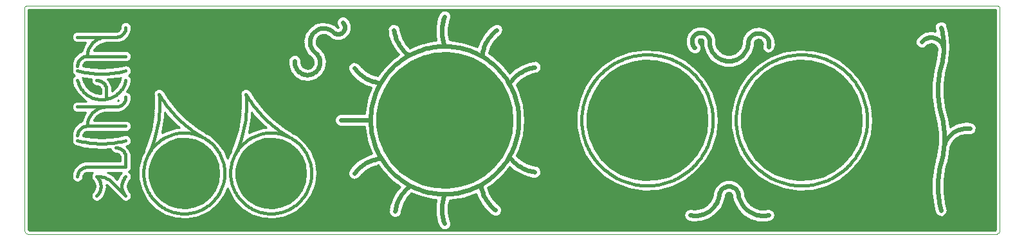
<source format=gtl>
G75*
%MOIN*%
%OFA0B0*%
%FSLAX24Y24*%
%IPPOS*%
%LPD*%
%AMOC8*
5,1,8,0,0,1.08239X$1,22.5*
%
%ADD10C,0.0000*%
%ADD11C,0.3200*%
%ADD12C,0.4000*%
%ADD13C,0.5600*%
%ADD14C,0.0160*%
%ADD15C,0.1660*%
%ADD16C,0.0240*%
%ADD17C,0.0100*%
D10*
X003510Y002393D02*
X053556Y002393D01*
X053587Y002395D01*
X053617Y002400D01*
X053646Y002410D01*
X053675Y002422D01*
X053701Y002438D01*
X053725Y002457D01*
X053747Y002479D01*
X053766Y002503D01*
X053782Y002529D01*
X053794Y002558D01*
X053804Y002587D01*
X053809Y002617D01*
X053811Y002648D01*
X053811Y014133D01*
X053809Y014153D01*
X053805Y014172D01*
X053797Y014191D01*
X053787Y014208D01*
X053774Y014223D01*
X053759Y014236D01*
X053742Y014246D01*
X053723Y014254D01*
X053704Y014258D01*
X053684Y014260D01*
X053684Y014259D02*
X003376Y014259D01*
X003356Y014257D01*
X003336Y014252D01*
X003318Y014243D01*
X003301Y014232D01*
X003287Y014218D01*
X003276Y014201D01*
X003267Y014183D01*
X003262Y014163D01*
X003260Y014143D01*
X003260Y002643D01*
X003262Y002613D01*
X003267Y002583D01*
X003276Y002554D01*
X003289Y002527D01*
X003304Y002501D01*
X003323Y002477D01*
X003344Y002456D01*
X003368Y002437D01*
X003394Y002422D01*
X003421Y002409D01*
X003450Y002400D01*
X003480Y002395D01*
X003510Y002393D01*
D11*
X011535Y005570D03*
X016035Y005570D03*
D12*
X025035Y008326D03*
D13*
X035535Y008326D03*
X043535Y008326D03*
D14*
X040135Y008326D02*
X040137Y008442D01*
X040143Y008558D01*
X040153Y008674D01*
X040167Y008789D01*
X040184Y008904D01*
X040206Y009018D01*
X040232Y009131D01*
X040261Y009243D01*
X040294Y009355D01*
X040331Y009465D01*
X040372Y009573D01*
X040416Y009681D01*
X040465Y009786D01*
X040516Y009890D01*
X040571Y009992D01*
X040630Y010093D01*
X040692Y010191D01*
X040757Y010287D01*
X040826Y010380D01*
X040898Y010472D01*
X040972Y010560D01*
X041050Y010647D01*
X041131Y010730D01*
X041214Y010811D01*
X041301Y010889D01*
X041389Y010963D01*
X041481Y011035D01*
X041574Y011104D01*
X041670Y011169D01*
X041768Y011231D01*
X041869Y011290D01*
X041971Y011345D01*
X042075Y011396D01*
X042180Y011445D01*
X042288Y011489D01*
X042396Y011530D01*
X042506Y011567D01*
X042618Y011600D01*
X042730Y011629D01*
X042843Y011655D01*
X042957Y011677D01*
X043072Y011694D01*
X043187Y011708D01*
X043303Y011718D01*
X043419Y011724D01*
X043535Y011726D01*
X043651Y011724D01*
X043767Y011718D01*
X043883Y011708D01*
X043998Y011694D01*
X044113Y011677D01*
X044227Y011655D01*
X044340Y011629D01*
X044452Y011600D01*
X044564Y011567D01*
X044674Y011530D01*
X044782Y011489D01*
X044890Y011445D01*
X044995Y011396D01*
X045099Y011345D01*
X045201Y011290D01*
X045302Y011231D01*
X045400Y011169D01*
X045496Y011104D01*
X045589Y011035D01*
X045681Y010963D01*
X045769Y010889D01*
X045856Y010811D01*
X045939Y010730D01*
X046020Y010647D01*
X046098Y010560D01*
X046172Y010472D01*
X046244Y010380D01*
X046313Y010287D01*
X046378Y010191D01*
X046440Y010093D01*
X046499Y009992D01*
X046554Y009890D01*
X046605Y009786D01*
X046654Y009681D01*
X046698Y009573D01*
X046739Y009465D01*
X046776Y009355D01*
X046809Y009243D01*
X046838Y009131D01*
X046864Y009018D01*
X046886Y008904D01*
X046903Y008789D01*
X046917Y008674D01*
X046927Y008558D01*
X046933Y008442D01*
X046935Y008326D01*
X046933Y008210D01*
X046927Y008094D01*
X046917Y007978D01*
X046903Y007863D01*
X046886Y007748D01*
X046864Y007634D01*
X046838Y007521D01*
X046809Y007409D01*
X046776Y007297D01*
X046739Y007187D01*
X046698Y007079D01*
X046654Y006971D01*
X046605Y006866D01*
X046554Y006762D01*
X046499Y006660D01*
X046440Y006559D01*
X046378Y006461D01*
X046313Y006365D01*
X046244Y006272D01*
X046172Y006180D01*
X046098Y006092D01*
X046020Y006005D01*
X045939Y005922D01*
X045856Y005841D01*
X045769Y005763D01*
X045681Y005689D01*
X045589Y005617D01*
X045496Y005548D01*
X045400Y005483D01*
X045302Y005421D01*
X045201Y005362D01*
X045099Y005307D01*
X044995Y005256D01*
X044890Y005207D01*
X044782Y005163D01*
X044674Y005122D01*
X044564Y005085D01*
X044452Y005052D01*
X044340Y005023D01*
X044227Y004997D01*
X044113Y004975D01*
X043998Y004958D01*
X043883Y004944D01*
X043767Y004934D01*
X043651Y004928D01*
X043535Y004926D01*
X043419Y004928D01*
X043303Y004934D01*
X043187Y004944D01*
X043072Y004958D01*
X042957Y004975D01*
X042843Y004997D01*
X042730Y005023D01*
X042618Y005052D01*
X042506Y005085D01*
X042396Y005122D01*
X042288Y005163D01*
X042180Y005207D01*
X042075Y005256D01*
X041971Y005307D01*
X041869Y005362D01*
X041768Y005421D01*
X041670Y005483D01*
X041574Y005548D01*
X041481Y005617D01*
X041389Y005689D01*
X041301Y005763D01*
X041214Y005841D01*
X041131Y005922D01*
X041050Y006005D01*
X040972Y006092D01*
X040898Y006180D01*
X040826Y006272D01*
X040757Y006365D01*
X040692Y006461D01*
X040630Y006559D01*
X040571Y006660D01*
X040516Y006762D01*
X040465Y006866D01*
X040416Y006971D01*
X040372Y007079D01*
X040331Y007187D01*
X040294Y007297D01*
X040261Y007409D01*
X040232Y007521D01*
X040206Y007634D01*
X040184Y007748D01*
X040167Y007863D01*
X040153Y007978D01*
X040143Y008094D01*
X040137Y008210D01*
X040135Y008326D01*
X032135Y008326D02*
X032137Y008442D01*
X032143Y008558D01*
X032153Y008674D01*
X032167Y008789D01*
X032184Y008904D01*
X032206Y009018D01*
X032232Y009131D01*
X032261Y009243D01*
X032294Y009355D01*
X032331Y009465D01*
X032372Y009573D01*
X032416Y009681D01*
X032465Y009786D01*
X032516Y009890D01*
X032571Y009992D01*
X032630Y010093D01*
X032692Y010191D01*
X032757Y010287D01*
X032826Y010380D01*
X032898Y010472D01*
X032972Y010560D01*
X033050Y010647D01*
X033131Y010730D01*
X033214Y010811D01*
X033301Y010889D01*
X033389Y010963D01*
X033481Y011035D01*
X033574Y011104D01*
X033670Y011169D01*
X033768Y011231D01*
X033869Y011290D01*
X033971Y011345D01*
X034075Y011396D01*
X034180Y011445D01*
X034288Y011489D01*
X034396Y011530D01*
X034506Y011567D01*
X034618Y011600D01*
X034730Y011629D01*
X034843Y011655D01*
X034957Y011677D01*
X035072Y011694D01*
X035187Y011708D01*
X035303Y011718D01*
X035419Y011724D01*
X035535Y011726D01*
X035651Y011724D01*
X035767Y011718D01*
X035883Y011708D01*
X035998Y011694D01*
X036113Y011677D01*
X036227Y011655D01*
X036340Y011629D01*
X036452Y011600D01*
X036564Y011567D01*
X036674Y011530D01*
X036782Y011489D01*
X036890Y011445D01*
X036995Y011396D01*
X037099Y011345D01*
X037201Y011290D01*
X037302Y011231D01*
X037400Y011169D01*
X037496Y011104D01*
X037589Y011035D01*
X037681Y010963D01*
X037769Y010889D01*
X037856Y010811D01*
X037939Y010730D01*
X038020Y010647D01*
X038098Y010560D01*
X038172Y010472D01*
X038244Y010380D01*
X038313Y010287D01*
X038378Y010191D01*
X038440Y010093D01*
X038499Y009992D01*
X038554Y009890D01*
X038605Y009786D01*
X038654Y009681D01*
X038698Y009573D01*
X038739Y009465D01*
X038776Y009355D01*
X038809Y009243D01*
X038838Y009131D01*
X038864Y009018D01*
X038886Y008904D01*
X038903Y008789D01*
X038917Y008674D01*
X038927Y008558D01*
X038933Y008442D01*
X038935Y008326D01*
X038933Y008210D01*
X038927Y008094D01*
X038917Y007978D01*
X038903Y007863D01*
X038886Y007748D01*
X038864Y007634D01*
X038838Y007521D01*
X038809Y007409D01*
X038776Y007297D01*
X038739Y007187D01*
X038698Y007079D01*
X038654Y006971D01*
X038605Y006866D01*
X038554Y006762D01*
X038499Y006660D01*
X038440Y006559D01*
X038378Y006461D01*
X038313Y006365D01*
X038244Y006272D01*
X038172Y006180D01*
X038098Y006092D01*
X038020Y006005D01*
X037939Y005922D01*
X037856Y005841D01*
X037769Y005763D01*
X037681Y005689D01*
X037589Y005617D01*
X037496Y005548D01*
X037400Y005483D01*
X037302Y005421D01*
X037201Y005362D01*
X037099Y005307D01*
X036995Y005256D01*
X036890Y005207D01*
X036782Y005163D01*
X036674Y005122D01*
X036564Y005085D01*
X036452Y005052D01*
X036340Y005023D01*
X036227Y004997D01*
X036113Y004975D01*
X035998Y004958D01*
X035883Y004944D01*
X035767Y004934D01*
X035651Y004928D01*
X035535Y004926D01*
X035419Y004928D01*
X035303Y004934D01*
X035187Y004944D01*
X035072Y004958D01*
X034957Y004975D01*
X034843Y004997D01*
X034730Y005023D01*
X034618Y005052D01*
X034506Y005085D01*
X034396Y005122D01*
X034288Y005163D01*
X034180Y005207D01*
X034075Y005256D01*
X033971Y005307D01*
X033869Y005362D01*
X033768Y005421D01*
X033670Y005483D01*
X033574Y005548D01*
X033481Y005617D01*
X033389Y005689D01*
X033301Y005763D01*
X033214Y005841D01*
X033131Y005922D01*
X033050Y006005D01*
X032972Y006092D01*
X032898Y006180D01*
X032826Y006272D01*
X032757Y006365D01*
X032692Y006461D01*
X032630Y006559D01*
X032571Y006660D01*
X032516Y006762D01*
X032465Y006866D01*
X032416Y006971D01*
X032372Y007079D01*
X032331Y007187D01*
X032294Y007297D01*
X032261Y007409D01*
X032232Y007521D01*
X032206Y007634D01*
X032184Y007748D01*
X032167Y007863D01*
X032153Y007978D01*
X032143Y008094D01*
X032137Y008210D01*
X032135Y008326D01*
X013935Y005570D02*
X013937Y005662D01*
X013943Y005753D01*
X013953Y005844D01*
X013967Y005935D01*
X013985Y006025D01*
X014007Y006114D01*
X014032Y006201D01*
X014062Y006288D01*
X014095Y006374D01*
X014132Y006457D01*
X014172Y006540D01*
X014216Y006620D01*
X014264Y006698D01*
X014315Y006775D01*
X014369Y006848D01*
X014426Y006920D01*
X014487Y006989D01*
X014550Y007055D01*
X014616Y007118D01*
X014685Y007179D01*
X014757Y007236D01*
X014830Y007290D01*
X014907Y007341D01*
X014985Y007389D01*
X015065Y007433D01*
X015148Y007473D01*
X015231Y007510D01*
X015317Y007543D01*
X015404Y007573D01*
X015491Y007598D01*
X015580Y007620D01*
X015670Y007638D01*
X015761Y007652D01*
X015852Y007662D01*
X015943Y007668D01*
X016035Y007670D01*
X016127Y007668D01*
X016218Y007662D01*
X016309Y007652D01*
X016400Y007638D01*
X016490Y007620D01*
X016579Y007598D01*
X016666Y007573D01*
X016753Y007543D01*
X016839Y007510D01*
X016922Y007473D01*
X017005Y007433D01*
X017085Y007389D01*
X017163Y007341D01*
X017240Y007290D01*
X017313Y007236D01*
X017385Y007179D01*
X017454Y007118D01*
X017520Y007055D01*
X017583Y006989D01*
X017644Y006920D01*
X017701Y006848D01*
X017755Y006775D01*
X017806Y006698D01*
X017854Y006620D01*
X017898Y006540D01*
X017938Y006457D01*
X017975Y006374D01*
X018008Y006288D01*
X018038Y006201D01*
X018063Y006114D01*
X018085Y006025D01*
X018103Y005935D01*
X018117Y005844D01*
X018127Y005753D01*
X018133Y005662D01*
X018135Y005570D01*
X018133Y005478D01*
X018127Y005387D01*
X018117Y005296D01*
X018103Y005205D01*
X018085Y005115D01*
X018063Y005026D01*
X018038Y004939D01*
X018008Y004852D01*
X017975Y004766D01*
X017938Y004683D01*
X017898Y004600D01*
X017854Y004520D01*
X017806Y004442D01*
X017755Y004365D01*
X017701Y004292D01*
X017644Y004220D01*
X017583Y004151D01*
X017520Y004085D01*
X017454Y004022D01*
X017385Y003961D01*
X017313Y003904D01*
X017240Y003850D01*
X017163Y003799D01*
X017085Y003751D01*
X017005Y003707D01*
X016922Y003667D01*
X016839Y003630D01*
X016753Y003597D01*
X016666Y003567D01*
X016579Y003542D01*
X016490Y003520D01*
X016400Y003502D01*
X016309Y003488D01*
X016218Y003478D01*
X016127Y003472D01*
X016035Y003470D01*
X015943Y003472D01*
X015852Y003478D01*
X015761Y003488D01*
X015670Y003502D01*
X015580Y003520D01*
X015491Y003542D01*
X015404Y003567D01*
X015317Y003597D01*
X015231Y003630D01*
X015148Y003667D01*
X015065Y003707D01*
X014985Y003751D01*
X014907Y003799D01*
X014830Y003850D01*
X014757Y003904D01*
X014685Y003961D01*
X014616Y004022D01*
X014550Y004085D01*
X014487Y004151D01*
X014426Y004220D01*
X014369Y004292D01*
X014315Y004365D01*
X014264Y004442D01*
X014216Y004520D01*
X014172Y004600D01*
X014132Y004683D01*
X014095Y004766D01*
X014062Y004852D01*
X014032Y004939D01*
X014007Y005026D01*
X013985Y005115D01*
X013967Y005205D01*
X013953Y005296D01*
X013943Y005387D01*
X013937Y005478D01*
X013935Y005570D01*
X009435Y005570D02*
X009437Y005662D01*
X009443Y005753D01*
X009453Y005844D01*
X009467Y005935D01*
X009485Y006025D01*
X009507Y006114D01*
X009532Y006201D01*
X009562Y006288D01*
X009595Y006374D01*
X009632Y006457D01*
X009672Y006540D01*
X009716Y006620D01*
X009764Y006698D01*
X009815Y006775D01*
X009869Y006848D01*
X009926Y006920D01*
X009987Y006989D01*
X010050Y007055D01*
X010116Y007118D01*
X010185Y007179D01*
X010257Y007236D01*
X010330Y007290D01*
X010407Y007341D01*
X010485Y007389D01*
X010565Y007433D01*
X010648Y007473D01*
X010731Y007510D01*
X010817Y007543D01*
X010904Y007573D01*
X010991Y007598D01*
X011080Y007620D01*
X011170Y007638D01*
X011261Y007652D01*
X011352Y007662D01*
X011443Y007668D01*
X011535Y007670D01*
X011627Y007668D01*
X011718Y007662D01*
X011809Y007652D01*
X011900Y007638D01*
X011990Y007620D01*
X012079Y007598D01*
X012166Y007573D01*
X012253Y007543D01*
X012339Y007510D01*
X012422Y007473D01*
X012505Y007433D01*
X012585Y007389D01*
X012663Y007341D01*
X012740Y007290D01*
X012813Y007236D01*
X012885Y007179D01*
X012954Y007118D01*
X013020Y007055D01*
X013083Y006989D01*
X013144Y006920D01*
X013201Y006848D01*
X013255Y006775D01*
X013306Y006698D01*
X013354Y006620D01*
X013398Y006540D01*
X013438Y006457D01*
X013475Y006374D01*
X013508Y006288D01*
X013538Y006201D01*
X013563Y006114D01*
X013585Y006025D01*
X013603Y005935D01*
X013617Y005844D01*
X013627Y005753D01*
X013633Y005662D01*
X013635Y005570D01*
X013633Y005478D01*
X013627Y005387D01*
X013617Y005296D01*
X013603Y005205D01*
X013585Y005115D01*
X013563Y005026D01*
X013538Y004939D01*
X013508Y004852D01*
X013475Y004766D01*
X013438Y004683D01*
X013398Y004600D01*
X013354Y004520D01*
X013306Y004442D01*
X013255Y004365D01*
X013201Y004292D01*
X013144Y004220D01*
X013083Y004151D01*
X013020Y004085D01*
X012954Y004022D01*
X012885Y003961D01*
X012813Y003904D01*
X012740Y003850D01*
X012663Y003799D01*
X012585Y003751D01*
X012505Y003707D01*
X012422Y003667D01*
X012339Y003630D01*
X012253Y003597D01*
X012166Y003567D01*
X012079Y003542D01*
X011990Y003520D01*
X011900Y003502D01*
X011809Y003488D01*
X011718Y003478D01*
X011627Y003472D01*
X011535Y003470D01*
X011443Y003472D01*
X011352Y003478D01*
X011261Y003488D01*
X011170Y003502D01*
X011080Y003520D01*
X010991Y003542D01*
X010904Y003567D01*
X010817Y003597D01*
X010731Y003630D01*
X010648Y003667D01*
X010565Y003707D01*
X010485Y003751D01*
X010407Y003799D01*
X010330Y003850D01*
X010257Y003904D01*
X010185Y003961D01*
X010116Y004022D01*
X010050Y004085D01*
X009987Y004151D01*
X009926Y004220D01*
X009869Y004292D01*
X009815Y004365D01*
X009764Y004442D01*
X009716Y004520D01*
X009672Y004600D01*
X009632Y004683D01*
X009595Y004766D01*
X009562Y004852D01*
X009532Y004939D01*
X009507Y005026D01*
X009485Y005115D01*
X009467Y005205D01*
X009453Y005296D01*
X009443Y005387D01*
X009437Y005478D01*
X009435Y005570D01*
X008510Y005893D02*
X008510Y006393D01*
X008508Y006437D01*
X008502Y006480D01*
X008493Y006522D01*
X008480Y006564D01*
X008463Y006604D01*
X008443Y006643D01*
X008420Y006680D01*
X008393Y006714D01*
X008364Y006747D01*
X008331Y006776D01*
X008297Y006803D01*
X008260Y006826D01*
X008221Y006846D01*
X008181Y006863D01*
X008139Y006876D01*
X008097Y006885D01*
X008054Y006891D01*
X008010Y006893D01*
X006510Y008018D02*
X006466Y008016D01*
X006423Y008010D01*
X006381Y008001D01*
X006339Y007988D01*
X006299Y007971D01*
X006260Y007951D01*
X006223Y007928D01*
X006189Y007901D01*
X006156Y007872D01*
X006127Y007839D01*
X006100Y007805D01*
X006077Y007768D01*
X006057Y007729D01*
X006040Y007689D01*
X006027Y007647D01*
X006018Y007605D01*
X006012Y007562D01*
X006010Y007518D01*
X006510Y008018D02*
X008510Y008018D01*
X007510Y009018D02*
X007450Y009016D01*
X007389Y009011D01*
X007330Y009002D01*
X007271Y008989D01*
X007212Y008973D01*
X007155Y008953D01*
X007100Y008930D01*
X007045Y008903D01*
X006993Y008874D01*
X006942Y008841D01*
X006893Y008805D01*
X006847Y008767D01*
X006803Y008725D01*
X006761Y008681D01*
X006723Y008635D01*
X006687Y008586D01*
X006654Y008535D01*
X006625Y008483D01*
X006598Y008428D01*
X006575Y008373D01*
X006555Y008316D01*
X006539Y008257D01*
X006526Y008198D01*
X006517Y008139D01*
X006512Y008078D01*
X006510Y008018D01*
X006010Y009018D02*
X007510Y009018D01*
X008010Y009018D01*
X014235Y006670D02*
X014294Y006804D01*
X014349Y006940D01*
X014401Y007077D01*
X014450Y007215D01*
X014496Y007354D01*
X014537Y007494D01*
X014576Y007636D01*
X014611Y007778D01*
X014642Y007921D01*
X014670Y008065D01*
X014694Y008209D01*
X014714Y008355D01*
X014731Y008500D01*
X014744Y008646D01*
X014754Y008792D01*
X014760Y008938D01*
X014762Y009085D01*
X014761Y009231D01*
X014756Y009378D01*
X014747Y009524D01*
X014735Y009670D01*
X008510Y009518D02*
X008508Y009474D01*
X008502Y009431D01*
X008493Y009389D01*
X008480Y009347D01*
X008463Y009307D01*
X008443Y009268D01*
X008420Y009231D01*
X008393Y009197D01*
X008364Y009164D01*
X008331Y009135D01*
X008297Y009108D01*
X008260Y009085D01*
X008221Y009065D01*
X008181Y009048D01*
X008139Y009035D01*
X008097Y009026D01*
X008054Y009020D01*
X008010Y009018D01*
X007510Y009413D02*
X007510Y009893D01*
X007508Y009937D01*
X007502Y009980D01*
X007493Y010022D01*
X007480Y010064D01*
X007463Y010104D01*
X007443Y010143D01*
X007420Y010180D01*
X007393Y010214D01*
X007364Y010247D01*
X007331Y010276D01*
X007297Y010303D01*
X007260Y010326D01*
X007221Y010346D01*
X007181Y010363D01*
X007139Y010376D01*
X007097Y010385D01*
X007054Y010391D01*
X007010Y010393D01*
X006010Y010393D02*
X006028Y010324D01*
X006048Y010257D01*
X006073Y010191D01*
X006101Y010126D01*
X006133Y010063D01*
X006168Y010002D01*
X006207Y009942D01*
X006249Y009885D01*
X006294Y009831D01*
X006341Y009779D01*
X006392Y009729D01*
X006445Y009683D01*
X006501Y009639D01*
X006559Y009599D01*
X006619Y009562D01*
X006681Y009528D01*
X006745Y009498D01*
X006810Y009472D01*
X006877Y009449D01*
X006945Y009429D01*
X007014Y009414D01*
X007084Y009402D01*
X007154Y009394D01*
X007225Y009390D01*
X007295Y009390D01*
X007366Y009394D01*
X007436Y009402D01*
X007506Y009414D01*
X007575Y009429D01*
X007643Y009449D01*
X007710Y009472D01*
X007775Y009498D01*
X007839Y009528D01*
X007901Y009562D01*
X007961Y009599D01*
X008019Y009639D01*
X008075Y009683D01*
X008128Y009729D01*
X008179Y009779D01*
X008226Y009831D01*
X008271Y009885D01*
X008313Y009942D01*
X008352Y010002D01*
X008387Y010063D01*
X008419Y010126D01*
X008447Y010191D01*
X008472Y010257D01*
X008492Y010324D01*
X008510Y010393D01*
X006510Y011643D02*
X006466Y011641D01*
X006423Y011635D01*
X006381Y011626D01*
X006339Y011613D01*
X006299Y011596D01*
X006260Y011576D01*
X006223Y011553D01*
X006189Y011526D01*
X006156Y011497D01*
X006127Y011464D01*
X006100Y011430D01*
X006077Y011393D01*
X006057Y011354D01*
X006040Y011314D01*
X006027Y011272D01*
X006018Y011230D01*
X006012Y011187D01*
X006010Y011143D01*
X006510Y011643D02*
X008510Y011643D01*
X007510Y012643D02*
X007450Y012641D01*
X007389Y012636D01*
X007330Y012627D01*
X007271Y012614D01*
X007212Y012598D01*
X007155Y012578D01*
X007100Y012555D01*
X007045Y012528D01*
X006993Y012499D01*
X006942Y012466D01*
X006893Y012430D01*
X006847Y012392D01*
X006803Y012350D01*
X006761Y012306D01*
X006723Y012260D01*
X006687Y012211D01*
X006654Y012160D01*
X006625Y012108D01*
X006598Y012053D01*
X006575Y011998D01*
X006555Y011941D01*
X006539Y011882D01*
X006526Y011823D01*
X006517Y011764D01*
X006512Y011703D01*
X006510Y011643D01*
X006010Y007268D02*
X006139Y007235D01*
X006269Y007206D01*
X006399Y007180D01*
X006531Y007158D01*
X006663Y007140D01*
X006795Y007125D01*
X006928Y007114D01*
X007060Y007107D01*
X007193Y007103D01*
X007327Y007103D01*
X007460Y007107D01*
X007592Y007114D01*
X007725Y007125D01*
X007857Y007140D01*
X007989Y007158D01*
X008121Y007180D01*
X008251Y007206D01*
X008381Y007235D01*
X008510Y007268D01*
X008510Y005893D02*
X006510Y005893D01*
X006466Y005891D01*
X006423Y005885D01*
X006381Y005876D01*
X006339Y005863D01*
X006299Y005846D01*
X006260Y005826D01*
X006223Y005803D01*
X006189Y005776D01*
X006156Y005747D01*
X006127Y005714D01*
X006100Y005680D01*
X006077Y005643D01*
X006057Y005604D01*
X006040Y005564D01*
X006027Y005522D01*
X006018Y005480D01*
X006012Y005437D01*
X006010Y005393D01*
X007010Y005393D02*
X007095Y005393D01*
X007802Y005100D02*
X008510Y004393D01*
X008476Y004430D01*
X008444Y004469D01*
X008415Y004511D01*
X008389Y004554D01*
X008367Y004599D01*
X008348Y004646D01*
X008332Y004694D01*
X008319Y004743D01*
X008310Y004792D01*
X008305Y004843D01*
X008303Y004893D01*
X008305Y004943D01*
X008310Y004994D01*
X008319Y005043D01*
X008332Y005092D01*
X008348Y005140D01*
X008367Y005187D01*
X008389Y005232D01*
X008415Y005275D01*
X008444Y005317D01*
X008476Y005356D01*
X008510Y005393D01*
X007010Y005393D02*
X007044Y005356D01*
X007076Y005317D01*
X007105Y005275D01*
X007131Y005232D01*
X007153Y005187D01*
X007172Y005140D01*
X007188Y005092D01*
X007201Y005043D01*
X007210Y004994D01*
X007215Y004943D01*
X007217Y004893D01*
X007215Y004843D01*
X007210Y004792D01*
X007201Y004743D01*
X007188Y004694D01*
X007172Y004646D01*
X007153Y004599D01*
X007131Y004554D01*
X007105Y004511D01*
X007076Y004469D01*
X007044Y004430D01*
X007010Y004393D01*
X007095Y005393D02*
X007155Y005391D01*
X007216Y005386D01*
X007275Y005377D01*
X007334Y005364D01*
X007393Y005348D01*
X007450Y005328D01*
X007505Y005305D01*
X007560Y005278D01*
X007612Y005249D01*
X007663Y005216D01*
X007712Y005180D01*
X007758Y005142D01*
X007802Y005100D01*
X009735Y006670D02*
X009794Y006804D01*
X009849Y006940D01*
X009901Y007077D01*
X009950Y007215D01*
X009996Y007354D01*
X010037Y007494D01*
X010076Y007636D01*
X010111Y007778D01*
X010142Y007921D01*
X010170Y008065D01*
X010194Y008209D01*
X010214Y008355D01*
X010231Y008500D01*
X010244Y008646D01*
X010254Y008792D01*
X010260Y008938D01*
X010262Y009085D01*
X010261Y009231D01*
X010256Y009378D01*
X010247Y009524D01*
X010235Y009670D01*
X008010Y012643D02*
X007510Y012643D01*
X006010Y012643D01*
X008010Y012643D02*
X008054Y012645D01*
X008097Y012651D01*
X008139Y012660D01*
X008181Y012673D01*
X008221Y012690D01*
X008260Y012710D01*
X008297Y012733D01*
X008331Y012760D01*
X008364Y012789D01*
X008393Y012822D01*
X008420Y012856D01*
X008443Y012893D01*
X008463Y012932D01*
X008480Y012972D01*
X008493Y013014D01*
X008502Y013056D01*
X008508Y013099D01*
X008510Y013143D01*
X008510Y010893D02*
X008381Y010860D01*
X008251Y010831D01*
X008121Y010805D01*
X007989Y010783D01*
X007857Y010765D01*
X007725Y010750D01*
X007592Y010739D01*
X007460Y010732D01*
X007327Y010728D01*
X007193Y010728D01*
X007060Y010732D01*
X006928Y010739D01*
X006795Y010750D01*
X006663Y010765D01*
X006531Y010783D01*
X006399Y010805D01*
X006269Y010831D01*
X006139Y010860D01*
X006010Y010893D01*
X010235Y009671D02*
X010313Y009540D01*
X010395Y009411D01*
X010480Y009285D01*
X010568Y009160D01*
X010659Y009038D01*
X010754Y008918D01*
X010851Y008800D01*
X010951Y008685D01*
X011054Y008573D01*
X011159Y008463D01*
X011268Y008355D01*
X011379Y008251D01*
X011492Y008149D01*
X011609Y008050D01*
X011727Y007954D01*
X011848Y007861D01*
X011971Y007771D01*
X012097Y007684D01*
X012224Y007600D01*
X012354Y007520D01*
X012485Y007443D01*
X014735Y009671D02*
X014813Y009540D01*
X014895Y009411D01*
X014980Y009285D01*
X015068Y009160D01*
X015159Y009038D01*
X015254Y008918D01*
X015351Y008800D01*
X015451Y008685D01*
X015554Y008573D01*
X015659Y008463D01*
X015768Y008355D01*
X015879Y008251D01*
X015992Y008149D01*
X016109Y008050D01*
X016227Y007954D01*
X016348Y007861D01*
X016471Y007771D01*
X016597Y007684D01*
X016724Y007600D01*
X016854Y007520D01*
X016985Y007443D01*
D15*
X004441Y006156D02*
X004441Y004496D01*
X052630Y004496D02*
X052630Y006156D01*
D16*
X052259Y007894D02*
X052191Y007901D01*
X052122Y007904D01*
X052053Y007903D01*
X051984Y007898D01*
X051916Y007890D01*
X051848Y007877D01*
X051781Y007861D01*
X051715Y007841D01*
X051650Y007818D01*
X051587Y007790D01*
X051525Y007760D01*
X051465Y007726D01*
X051407Y007688D01*
X051352Y007647D01*
X051298Y007604D01*
X051247Y007557D01*
X051199Y007508D01*
X051154Y007456D01*
X051112Y007401D01*
X051073Y007345D01*
X051037Y007286D01*
X051004Y007225D01*
X050975Y007163D01*
X050949Y007099D01*
X050927Y007033D01*
X050909Y006967D01*
X050895Y006899D01*
X050884Y006831D01*
X050759Y006143D02*
X050792Y006272D01*
X050821Y006402D01*
X050847Y006532D01*
X050869Y006664D01*
X050887Y006796D01*
X050902Y006928D01*
X050913Y007061D01*
X050920Y007193D01*
X050924Y007326D01*
X050924Y007460D01*
X050920Y007593D01*
X050913Y007725D01*
X050902Y007858D01*
X050887Y007990D01*
X050869Y008122D01*
X050847Y008254D01*
X050821Y008384D01*
X050792Y008514D01*
X050759Y008643D01*
X050760Y008643D02*
X050727Y008772D01*
X050698Y008902D01*
X050672Y009032D01*
X050650Y009164D01*
X050632Y009296D01*
X050617Y009428D01*
X050606Y009561D01*
X050599Y009693D01*
X050595Y009826D01*
X050595Y009960D01*
X050599Y010093D01*
X050606Y010225D01*
X050617Y010358D01*
X050632Y010490D01*
X050650Y010622D01*
X050672Y010754D01*
X050698Y010884D01*
X050727Y011014D01*
X050760Y011143D01*
X050884Y011893D02*
X050890Y011943D01*
X050891Y011993D01*
X050888Y012043D01*
X050882Y012093D01*
X050871Y012142D01*
X050857Y012190D01*
X050839Y012237D01*
X050817Y012282D01*
X050792Y012326D01*
X050764Y012367D01*
X050732Y012406D01*
X050697Y012443D01*
X050660Y012476D01*
X050620Y012507D01*
X050578Y012534D01*
X050534Y012558D01*
X050488Y012579D01*
X050440Y012595D01*
X050392Y012608D01*
X050342Y012617D01*
X050292Y012623D01*
X050242Y012624D01*
X050192Y012621D01*
X050142Y012615D01*
X050093Y012604D01*
X050045Y012590D01*
X049998Y012572D01*
X049953Y012550D01*
X049909Y012525D01*
X049868Y012497D01*
X049829Y012465D01*
X049792Y012430D01*
X049759Y012393D01*
X050759Y013143D02*
X050788Y013028D01*
X050814Y012911D01*
X050836Y012794D01*
X050854Y012677D01*
X050869Y012559D01*
X050880Y012440D01*
X050887Y012321D01*
X050891Y012203D01*
X050891Y012083D01*
X050887Y011965D01*
X050880Y011846D01*
X050869Y011727D01*
X050854Y011609D01*
X050836Y011492D01*
X050814Y011375D01*
X050788Y011258D01*
X050759Y011143D01*
X041822Y012143D02*
X041833Y012187D01*
X041840Y012232D01*
X041844Y012278D01*
X041843Y012323D01*
X041839Y012368D01*
X041831Y012413D01*
X041820Y012457D01*
X041804Y012500D01*
X041786Y012542D01*
X041764Y012581D01*
X041738Y012619D01*
X041710Y012655D01*
X041679Y012688D01*
X041645Y012718D01*
X041608Y012746D01*
X041570Y012770D01*
X041530Y012791D01*
X041488Y012809D01*
X041444Y012823D01*
X041400Y012833D01*
X041355Y012840D01*
X041310Y012843D01*
X041264Y012842D01*
X041219Y012837D01*
X041174Y012829D01*
X041130Y012817D01*
X041087Y012801D01*
X041046Y012782D01*
X041007Y012760D01*
X040969Y012734D01*
X040934Y012705D01*
X040901Y012673D01*
X040871Y012639D01*
X040844Y012603D01*
X040820Y012564D01*
X040799Y012523D01*
X040782Y012481D01*
X040769Y012438D01*
X040759Y012393D01*
X040760Y012393D02*
X040758Y012331D01*
X040752Y012270D01*
X040743Y012209D01*
X040730Y012149D01*
X040713Y012090D01*
X040692Y012032D01*
X040668Y011975D01*
X040641Y011920D01*
X040610Y011867D01*
X040576Y011815D01*
X040539Y011766D01*
X040499Y011719D01*
X040456Y011675D01*
X040411Y011634D01*
X040363Y011595D01*
X040312Y011559D01*
X040260Y011527D01*
X040206Y011498D01*
X040150Y011472D01*
X040092Y011450D01*
X040034Y011431D01*
X039974Y011416D01*
X039913Y011405D01*
X039852Y011397D01*
X039791Y011393D01*
X039729Y011393D01*
X039668Y011397D01*
X039607Y011405D01*
X039546Y011416D01*
X039486Y011431D01*
X039428Y011450D01*
X039370Y011472D01*
X039314Y011498D01*
X039260Y011527D01*
X039208Y011559D01*
X039157Y011595D01*
X039109Y011634D01*
X039064Y011675D01*
X039021Y011719D01*
X038981Y011766D01*
X038944Y011815D01*
X038910Y011867D01*
X038879Y011920D01*
X038852Y011975D01*
X038828Y012032D01*
X038807Y012090D01*
X038790Y012149D01*
X038777Y012209D01*
X038768Y012270D01*
X038762Y012331D01*
X038760Y012393D01*
X038759Y012394D02*
X038760Y012436D01*
X038757Y012478D01*
X038750Y012519D01*
X038740Y012560D01*
X038725Y012599D01*
X038707Y012637D01*
X038686Y012673D01*
X038662Y012707D01*
X038634Y012739D01*
X038604Y012768D01*
X038571Y012794D01*
X038535Y012817D01*
X038498Y012836D01*
X038460Y012852D01*
X038419Y012865D01*
X038378Y012873D01*
X038337Y012878D01*
X038295Y012879D01*
X038253Y012876D01*
X038211Y012869D01*
X038171Y012858D01*
X038131Y012844D01*
X038093Y012826D01*
X038057Y012805D01*
X038023Y012780D01*
X037992Y012753D01*
X037963Y012722D01*
X037937Y012689D01*
X037914Y012654D01*
X037895Y012617D01*
X037879Y012578D01*
X037866Y012538D01*
X037858Y012497D01*
X037853Y012455D01*
X037852Y012413D01*
X037855Y012371D01*
X037862Y012330D01*
X037873Y012289D01*
X037887Y012250D01*
X037905Y012212D01*
X037926Y012176D01*
X037951Y012142D01*
X037979Y012110D01*
X038009Y012081D01*
X027723Y013000D02*
X027656Y012947D01*
X027592Y012891D01*
X027530Y012831D01*
X027471Y012770D01*
X027415Y012705D01*
X027361Y012639D01*
X027310Y012570D01*
X027263Y012499D01*
X027218Y012425D01*
X027177Y012351D01*
X027139Y012274D01*
X027105Y012196D01*
X027074Y012116D01*
X027046Y012035D01*
X027022Y011953D01*
X027002Y011870D01*
X026985Y011786D01*
X026972Y011701D01*
X025035Y012201D02*
X025004Y012281D01*
X024977Y012362D01*
X024953Y012444D01*
X024932Y012527D01*
X024916Y012611D01*
X024903Y012695D01*
X024893Y012780D01*
X024888Y012866D01*
X024886Y012951D01*
X024888Y013036D01*
X024893Y013122D01*
X024903Y013207D01*
X024916Y013291D01*
X024932Y013375D01*
X024953Y013458D01*
X024977Y013540D01*
X025004Y013621D01*
X025035Y013701D01*
X022410Y013000D02*
X022423Y012916D01*
X022440Y012832D01*
X022460Y012749D01*
X022484Y012667D01*
X022512Y012586D01*
X022543Y012506D01*
X022577Y012428D01*
X022615Y012351D01*
X022656Y012276D01*
X022701Y012203D01*
X022748Y012132D01*
X022799Y012063D01*
X022852Y011996D01*
X022909Y011932D01*
X022968Y011870D01*
X023030Y011811D01*
X023094Y011755D01*
X023161Y011701D01*
X021660Y010263D02*
X021575Y010276D01*
X021491Y010293D01*
X021408Y010313D01*
X021326Y010337D01*
X021245Y010365D01*
X021165Y010396D01*
X021087Y010430D01*
X021010Y010468D01*
X020936Y010509D01*
X020862Y010554D01*
X020791Y010601D01*
X020722Y010652D01*
X020656Y010706D01*
X020591Y010762D01*
X020530Y010821D01*
X020470Y010883D01*
X020414Y010947D01*
X020361Y011014D01*
X018259Y011893D02*
X018302Y011865D01*
X018341Y011833D01*
X018379Y011799D01*
X018413Y011761D01*
X018444Y011722D01*
X018473Y011679D01*
X018498Y011635D01*
X018519Y011589D01*
X018537Y011542D01*
X018551Y011493D01*
X018562Y011444D01*
X018568Y011393D01*
X018571Y011343D01*
X018570Y011292D01*
X018564Y011241D01*
X018555Y011191D01*
X018542Y011142D01*
X018526Y011094D01*
X018505Y011048D01*
X018482Y011003D01*
X018454Y010960D01*
X018424Y010920D01*
X018390Y010882D01*
X018354Y010846D01*
X018315Y010814D01*
X018274Y010784D01*
X018230Y010758D01*
X018185Y010735D01*
X018138Y010716D01*
X018090Y010701D01*
X018040Y010689D01*
X017990Y010681D01*
X017939Y010677D01*
X017889Y010677D01*
X017838Y010681D01*
X017788Y010689D01*
X017739Y010701D01*
X017690Y010716D01*
X017643Y010735D01*
X017598Y010758D01*
X017554Y010784D01*
X017513Y010814D01*
X017474Y010846D01*
X017438Y010881D01*
X017404Y010920D01*
X017374Y010960D01*
X017346Y011003D01*
X017323Y011048D01*
X017302Y011094D01*
X017286Y011142D01*
X017273Y011191D01*
X017264Y011241D01*
X017258Y011292D01*
X017257Y011342D01*
X017260Y011393D01*
X018260Y011893D02*
X018225Y011931D01*
X018193Y011971D01*
X018163Y012014D01*
X018137Y012058D01*
X018114Y012105D01*
X018095Y012153D01*
X018079Y012202D01*
X018067Y012252D01*
X018059Y012303D01*
X018054Y012354D01*
X018053Y012406D01*
X018056Y012457D01*
X018063Y012509D01*
X018073Y012559D01*
X018087Y012609D01*
X018104Y012658D01*
X018125Y012705D01*
X018150Y012750D01*
X018178Y012794D01*
X018208Y012835D01*
X018242Y012874D01*
X018279Y012911D01*
X018318Y012945D01*
X018359Y012975D01*
X018403Y013003D01*
X018448Y013028D01*
X018495Y013049D01*
X018544Y013066D01*
X018594Y013080D01*
X018644Y013090D01*
X018696Y013097D01*
X018747Y013100D01*
X018799Y013099D01*
X018850Y013094D01*
X018901Y013086D01*
X018951Y013074D01*
X019000Y013058D01*
X019048Y013039D01*
X019095Y013016D01*
X019139Y012990D01*
X019182Y012960D01*
X019222Y012928D01*
X019260Y012893D01*
X019287Y012868D01*
X019317Y012846D01*
X019349Y012828D01*
X019383Y012813D01*
X019418Y012801D01*
X019455Y012793D01*
X019491Y012789D01*
X019529Y012789D01*
X019565Y012793D01*
X019602Y012801D01*
X019637Y012813D01*
X019671Y012828D01*
X019703Y012846D01*
X019733Y012868D01*
X019760Y012893D01*
X019785Y012920D01*
X019807Y012950D01*
X019825Y012982D01*
X019840Y013016D01*
X019852Y013051D01*
X019860Y013088D01*
X019864Y013124D01*
X019864Y013162D01*
X019860Y013198D01*
X019852Y013235D01*
X019840Y013270D01*
X019825Y013304D01*
X019807Y013336D01*
X019785Y013366D01*
X019760Y013393D01*
X028410Y010265D02*
X028462Y010335D01*
X028518Y010402D01*
X028576Y010468D01*
X028637Y010530D01*
X028700Y010590D01*
X028766Y010647D01*
X028835Y010701D01*
X028906Y010753D01*
X028979Y010801D01*
X029054Y010845D01*
X029131Y010887D01*
X029210Y010925D01*
X029290Y010959D01*
X029372Y010990D01*
X029454Y011018D01*
X029539Y011042D01*
X029624Y011062D01*
X029709Y011078D01*
X021195Y008326D02*
X021197Y008450D01*
X021203Y008573D01*
X021213Y008697D01*
X021227Y008820D01*
X021245Y008942D01*
X021267Y009064D01*
X021292Y009185D01*
X021322Y009305D01*
X021355Y009424D01*
X021393Y009542D01*
X021434Y009659D01*
X021478Y009774D01*
X021527Y009888D01*
X021579Y010000D01*
X021635Y010111D01*
X021694Y010219D01*
X021757Y010326D01*
X021823Y010430D01*
X021892Y010533D01*
X021965Y010633D01*
X022041Y010731D01*
X022120Y010826D01*
X022202Y010918D01*
X022287Y011008D01*
X022375Y011095D01*
X022466Y011180D01*
X022559Y011261D01*
X022655Y011339D01*
X022753Y011414D01*
X022854Y011486D01*
X022957Y011555D01*
X023062Y011620D01*
X023169Y011682D01*
X023278Y011740D01*
X023389Y011795D01*
X023501Y011846D01*
X023616Y011894D01*
X023731Y011938D01*
X023848Y011978D01*
X023967Y012014D01*
X024086Y012047D01*
X024206Y012076D01*
X024328Y012100D01*
X024450Y012121D01*
X024572Y012138D01*
X024695Y012151D01*
X024819Y012160D01*
X024942Y012165D01*
X025066Y012166D01*
X025190Y012163D01*
X025313Y012156D01*
X025436Y012145D01*
X025559Y012130D01*
X025681Y012111D01*
X025803Y012088D01*
X025924Y012062D01*
X026044Y012031D01*
X026163Y011997D01*
X026280Y011958D01*
X026397Y011916D01*
X026512Y011871D01*
X026625Y011821D01*
X026737Y011768D01*
X026847Y011712D01*
X026955Y011652D01*
X027061Y011588D01*
X027165Y011521D01*
X027267Y011451D01*
X027367Y011377D01*
X027464Y011300D01*
X027558Y011221D01*
X027650Y011138D01*
X027739Y011052D01*
X027826Y010964D01*
X027909Y010872D01*
X027990Y010778D01*
X028067Y010682D01*
X028142Y010583D01*
X028213Y010482D01*
X028281Y010378D01*
X028345Y010273D01*
X028406Y010165D01*
X028463Y010056D01*
X028517Y009944D01*
X028568Y009831D01*
X028614Y009717D01*
X028657Y009601D01*
X028696Y009483D01*
X028732Y009365D01*
X028763Y009245D01*
X028791Y009124D01*
X028815Y009003D01*
X028835Y008881D01*
X028851Y008758D01*
X028863Y008635D01*
X028871Y008512D01*
X028875Y008388D01*
X028875Y008264D01*
X028871Y008140D01*
X028863Y008017D01*
X028851Y007894D01*
X028835Y007771D01*
X028815Y007649D01*
X028791Y007528D01*
X028763Y007407D01*
X028732Y007287D01*
X028696Y007169D01*
X028657Y007051D01*
X028614Y006935D01*
X028568Y006821D01*
X028517Y006708D01*
X028463Y006596D01*
X028406Y006487D01*
X028345Y006379D01*
X028281Y006274D01*
X028213Y006170D01*
X028142Y006069D01*
X028067Y005970D01*
X027990Y005874D01*
X027909Y005780D01*
X027826Y005688D01*
X027739Y005600D01*
X027650Y005514D01*
X027558Y005431D01*
X027464Y005352D01*
X027367Y005275D01*
X027267Y005201D01*
X027165Y005131D01*
X027061Y005064D01*
X026955Y005000D01*
X026847Y004940D01*
X026737Y004884D01*
X026625Y004831D01*
X026512Y004781D01*
X026397Y004736D01*
X026280Y004694D01*
X026163Y004655D01*
X026044Y004621D01*
X025924Y004590D01*
X025803Y004564D01*
X025681Y004541D01*
X025559Y004522D01*
X025436Y004507D01*
X025313Y004496D01*
X025190Y004489D01*
X025066Y004486D01*
X024942Y004487D01*
X024819Y004492D01*
X024695Y004501D01*
X024572Y004514D01*
X024450Y004531D01*
X024328Y004552D01*
X024206Y004576D01*
X024086Y004605D01*
X023967Y004638D01*
X023848Y004674D01*
X023731Y004714D01*
X023616Y004758D01*
X023501Y004806D01*
X023389Y004857D01*
X023278Y004912D01*
X023169Y004970D01*
X023062Y005032D01*
X022957Y005097D01*
X022854Y005166D01*
X022753Y005238D01*
X022655Y005313D01*
X022559Y005391D01*
X022466Y005472D01*
X022375Y005557D01*
X022287Y005644D01*
X022202Y005734D01*
X022120Y005826D01*
X022041Y005921D01*
X021965Y006019D01*
X021892Y006119D01*
X021823Y006222D01*
X021757Y006326D01*
X021694Y006433D01*
X021635Y006541D01*
X021579Y006652D01*
X021527Y006764D01*
X021478Y006878D01*
X021434Y006993D01*
X021393Y007110D01*
X021355Y007228D01*
X021322Y007347D01*
X021292Y007467D01*
X021267Y007588D01*
X021245Y007710D01*
X021227Y007832D01*
X021213Y007955D01*
X021203Y008079D01*
X021197Y008202D01*
X021195Y008326D01*
X021160Y008326D02*
X019660Y008326D01*
X028410Y006388D02*
X028463Y006321D01*
X028519Y006257D01*
X028579Y006195D01*
X028640Y006136D01*
X028705Y006080D01*
X028771Y006026D01*
X028840Y005975D01*
X028911Y005928D01*
X028985Y005883D01*
X029059Y005842D01*
X029136Y005804D01*
X029214Y005770D01*
X029294Y005739D01*
X029375Y005711D01*
X029457Y005687D01*
X029540Y005667D01*
X029624Y005650D01*
X029709Y005637D01*
X027662Y003652D02*
X027595Y003706D01*
X027531Y003762D01*
X027469Y003821D01*
X027410Y003883D01*
X027353Y003947D01*
X027300Y004014D01*
X027249Y004083D01*
X027202Y004154D01*
X027157Y004227D01*
X027116Y004302D01*
X027078Y004379D01*
X027044Y004457D01*
X027013Y004537D01*
X026985Y004618D01*
X026961Y004700D01*
X026941Y004783D01*
X026924Y004867D01*
X026911Y004951D01*
X025035Y004451D02*
X025004Y004371D01*
X024977Y004290D01*
X024953Y004208D01*
X024932Y004125D01*
X024916Y004041D01*
X024903Y003957D01*
X024893Y003872D01*
X024888Y003786D01*
X024886Y003701D01*
X024888Y003616D01*
X024893Y003530D01*
X024903Y003445D01*
X024916Y003361D01*
X024932Y003277D01*
X024953Y003194D01*
X024977Y003112D01*
X025004Y003031D01*
X025035Y002951D01*
X022471Y003590D02*
X022484Y003675D01*
X022501Y003759D01*
X022521Y003842D01*
X022545Y003924D01*
X022573Y004005D01*
X022604Y004085D01*
X022638Y004163D01*
X022676Y004240D01*
X022717Y004314D01*
X022762Y004388D01*
X022809Y004459D01*
X022860Y004528D01*
X022914Y004594D01*
X022970Y004659D01*
X023029Y004720D01*
X023091Y004780D01*
X023155Y004836D01*
X023222Y004889D01*
X021660Y006326D02*
X021576Y006313D01*
X021492Y006296D01*
X021409Y006276D01*
X021327Y006252D01*
X021246Y006224D01*
X021166Y006193D01*
X021088Y006159D01*
X021011Y006121D01*
X020936Y006080D01*
X020863Y006035D01*
X020792Y005988D01*
X020723Y005937D01*
X020656Y005884D01*
X020592Y005827D01*
X020530Y005768D01*
X020471Y005706D01*
X020415Y005642D01*
X020361Y005575D01*
X037760Y003393D02*
X037828Y003381D01*
X037897Y003373D01*
X037966Y003369D01*
X038035Y003368D01*
X038104Y003371D01*
X038172Y003378D01*
X038240Y003389D01*
X038308Y003403D01*
X038375Y003421D01*
X038440Y003443D01*
X038505Y003468D01*
X038568Y003496D01*
X038629Y003528D01*
X038688Y003563D01*
X038746Y003602D01*
X038801Y003643D01*
X038854Y003687D01*
X038904Y003734D01*
X038952Y003784D01*
X038997Y003836D01*
X039040Y003891D01*
X039079Y003948D01*
X039115Y004007D01*
X039148Y004068D01*
X039177Y004130D01*
X039203Y004194D01*
X039226Y004259D01*
X039245Y004326D01*
X039260Y004393D01*
X039262Y004437D01*
X039268Y004480D01*
X039277Y004522D01*
X039290Y004564D01*
X039307Y004604D01*
X039327Y004643D01*
X039350Y004680D01*
X039377Y004714D01*
X039406Y004747D01*
X039439Y004776D01*
X039473Y004803D01*
X039510Y004826D01*
X039549Y004846D01*
X039589Y004863D01*
X039631Y004876D01*
X039673Y004885D01*
X039716Y004891D01*
X039760Y004893D01*
X039804Y004891D01*
X039847Y004885D01*
X039889Y004876D01*
X039931Y004863D01*
X039971Y004846D01*
X040010Y004826D01*
X040047Y004803D01*
X040081Y004776D01*
X040114Y004747D01*
X040143Y004714D01*
X040170Y004680D01*
X040193Y004643D01*
X040213Y004604D01*
X040230Y004564D01*
X040243Y004522D01*
X040252Y004480D01*
X040258Y004437D01*
X040260Y004393D01*
X040260Y004394D02*
X040277Y004325D01*
X040297Y004257D01*
X040322Y004190D01*
X040350Y004125D01*
X040381Y004061D01*
X040416Y003999D01*
X040455Y003939D01*
X040496Y003882D01*
X040541Y003826D01*
X040588Y003773D01*
X040638Y003723D01*
X040691Y003676D01*
X040746Y003631D01*
X040804Y003589D01*
X040864Y003551D01*
X040926Y003516D01*
X040989Y003485D01*
X041055Y003456D01*
X041121Y003432D01*
X041189Y003411D01*
X041258Y003394D01*
X041328Y003380D01*
X041398Y003371D01*
X041469Y003365D01*
X041540Y003363D01*
X041611Y003365D01*
X041682Y003371D01*
X041753Y003380D01*
X041822Y003394D01*
X050760Y003643D02*
X050727Y003772D01*
X050698Y003902D01*
X050672Y004032D01*
X050650Y004164D01*
X050632Y004296D01*
X050617Y004428D01*
X050606Y004561D01*
X050599Y004693D01*
X050595Y004826D01*
X050595Y004960D01*
X050599Y005093D01*
X050606Y005225D01*
X050617Y005358D01*
X050632Y005490D01*
X050650Y005622D01*
X050672Y005754D01*
X050698Y005884D01*
X050727Y006014D01*
X050760Y006143D01*
D17*
X051078Y006058D02*
X051080Y006063D01*
X051166Y006385D01*
X051231Y006882D01*
X051241Y006927D01*
X051361Y007181D01*
X051554Y007386D01*
X051800Y007521D01*
X052077Y007573D01*
X052218Y007566D01*
X052283Y007558D01*
X052409Y007592D01*
X052513Y007672D01*
X052578Y007786D01*
X052595Y007916D01*
X052561Y008043D01*
X052481Y008147D01*
X052367Y008212D01*
X052301Y008221D01*
X052057Y008252D01*
X051571Y008160D01*
X051223Y007970D01*
X051166Y008402D01*
X051166Y008402D01*
X051078Y008729D01*
X051011Y009015D01*
X050935Y009599D01*
X050935Y010188D01*
X051011Y010771D01*
X051078Y011058D01*
X051173Y011412D01*
X051173Y011412D01*
X051211Y011847D01*
X051237Y012026D01*
X051230Y012058D01*
X051237Y012143D01*
X051173Y012874D01*
X051078Y013229D01*
X051061Y013292D01*
X050981Y013396D01*
X050868Y013462D01*
X050738Y013479D01*
X050611Y013445D01*
X050507Y013365D01*
X050441Y013251D01*
X050424Y013121D01*
X050441Y013058D01*
X050469Y012929D01*
X050299Y012970D01*
X049939Y012920D01*
X049622Y012744D01*
X049622Y012744D01*
X049506Y012604D01*
X049464Y012554D01*
X049425Y012428D01*
X049437Y012298D01*
X049498Y012181D01*
X049599Y012098D01*
X049724Y012059D01*
X049855Y012071D01*
X049971Y012132D01*
X050013Y012182D01*
X050054Y012223D01*
X050153Y012278D01*
X050266Y012294D01*
X050377Y012267D01*
X050471Y012203D01*
X050535Y012109D01*
X050552Y012036D01*
X050507Y011530D01*
X050441Y011229D01*
X050434Y011204D01*
X050353Y010902D01*
X050265Y010231D01*
X050265Y009555D01*
X050353Y008885D01*
X050353Y008885D01*
X050439Y008565D01*
X050441Y008558D01*
X050508Y008271D01*
X050584Y007688D01*
X050584Y007099D01*
X050508Y006515D01*
X050441Y006229D01*
X050441Y006229D01*
X050353Y005902D01*
X050265Y005231D01*
X050265Y004555D01*
X050353Y003885D01*
X050353Y003885D01*
X050441Y003558D01*
X050458Y003494D01*
X050538Y003390D01*
X050651Y003325D01*
X050782Y003308D01*
X050908Y003342D01*
X051012Y003421D01*
X051078Y003535D01*
X051095Y003665D01*
X051078Y003729D01*
X051011Y004015D01*
X050935Y004599D01*
X050935Y005188D01*
X051011Y005771D01*
X051078Y006058D01*
X051074Y006038D02*
X053601Y006038D01*
X053601Y006136D02*
X051099Y006136D01*
X051126Y006235D02*
X053601Y006235D01*
X053601Y006333D02*
X051152Y006333D01*
X051166Y006385D02*
X051166Y006385D01*
X051172Y006432D02*
X053601Y006432D01*
X053601Y006530D02*
X051185Y006530D01*
X051198Y006629D02*
X053601Y006629D01*
X053601Y006727D02*
X051211Y006727D01*
X051224Y006826D02*
X053601Y006826D01*
X053601Y006924D02*
X051240Y006924D01*
X051286Y007023D02*
X053601Y007023D01*
X053601Y007121D02*
X051333Y007121D01*
X051397Y007220D02*
X053601Y007220D01*
X053601Y007318D02*
X051490Y007318D01*
X051611Y007417D02*
X053601Y007417D01*
X053601Y007515D02*
X051791Y007515D01*
X052438Y007614D02*
X053601Y007614D01*
X053601Y007712D02*
X052536Y007712D01*
X052582Y007811D02*
X053601Y007811D01*
X053601Y007909D02*
X052594Y007909D01*
X052570Y008008D02*
X053601Y008008D01*
X053601Y008106D02*
X052512Y008106D01*
X052380Y008205D02*
X053601Y008205D01*
X053601Y008303D02*
X051179Y008303D01*
X051192Y008205D02*
X051807Y008205D01*
X052057Y008252D02*
X052057Y008252D01*
X051473Y008106D02*
X051205Y008106D01*
X051218Y008008D02*
X051293Y008008D01*
X050555Y007909D02*
X047183Y007909D01*
X047173Y007811D02*
X050568Y007811D01*
X050581Y007712D02*
X047163Y007712D01*
X047153Y007614D02*
X050584Y007614D01*
X050584Y007515D02*
X047128Y007515D01*
X047150Y007584D02*
X046926Y006871D01*
X046926Y006871D01*
X046564Y006218D01*
X046564Y006218D01*
X046077Y005652D01*
X046077Y005652D01*
X045487Y005195D01*
X045487Y005195D01*
X044817Y004866D01*
X044817Y004866D01*
X044094Y004679D01*
X044094Y004679D01*
X043348Y004641D01*
X043348Y004641D01*
X042610Y004754D01*
X042610Y004754D01*
X041910Y005013D01*
X041276Y005408D01*
X040735Y005923D01*
X040735Y005923D01*
X040309Y006536D01*
X040014Y007222D01*
X040014Y007222D01*
X039864Y007953D01*
X039864Y008700D01*
X040014Y009431D01*
X040014Y009431D01*
X040309Y010117D01*
X040309Y010117D01*
X040735Y010730D01*
X040735Y010730D01*
X041276Y011244D01*
X041276Y011244D01*
X041910Y011639D01*
X041910Y011639D01*
X042610Y011899D01*
X042610Y011899D01*
X043348Y012012D01*
X043348Y012012D01*
X044094Y011974D01*
X044094Y011974D01*
X044817Y011787D01*
X044817Y011787D01*
X045487Y011458D01*
X045487Y011458D01*
X046077Y011001D01*
X046077Y011001D01*
X046564Y010434D01*
X046564Y010434D01*
X046926Y009782D01*
X046926Y009782D01*
X047150Y009069D01*
X047150Y009069D01*
X047225Y008326D01*
X047150Y007584D01*
X047150Y007584D01*
X047097Y007417D02*
X050584Y007417D01*
X050584Y007318D02*
X047066Y007318D01*
X047035Y007220D02*
X050584Y007220D01*
X050584Y007121D02*
X047005Y007121D01*
X046974Y007023D02*
X050574Y007023D01*
X050561Y006924D02*
X046943Y006924D01*
X046901Y006826D02*
X050548Y006826D01*
X050536Y006727D02*
X046846Y006727D01*
X046792Y006629D02*
X050523Y006629D01*
X050510Y006530D02*
X046737Y006530D01*
X046682Y006432D02*
X050488Y006432D01*
X050465Y006333D02*
X046628Y006333D01*
X046573Y006235D02*
X050442Y006235D01*
X050416Y006136D02*
X046493Y006136D01*
X046409Y006038D02*
X050390Y006038D01*
X050363Y005939D02*
X046324Y005939D01*
X046240Y005841D02*
X050345Y005841D01*
X050353Y005902D02*
X050353Y005902D01*
X050332Y005742D02*
X046155Y005742D01*
X046077Y005652D02*
X046077Y005652D01*
X046067Y005644D02*
X050319Y005644D01*
X050306Y005545D02*
X045940Y005545D01*
X045812Y005447D02*
X050293Y005447D01*
X050280Y005348D02*
X045685Y005348D01*
X045558Y005250D02*
X050267Y005250D01*
X050265Y005151D02*
X045398Y005151D01*
X045197Y005053D02*
X050265Y005053D01*
X050265Y004954D02*
X044997Y004954D01*
X044777Y004856D02*
X050265Y004856D01*
X050265Y004757D02*
X044397Y004757D01*
X043697Y004659D02*
X050265Y004659D01*
X050265Y004560D02*
X040589Y004560D01*
X040590Y004558D02*
X040463Y004863D01*
X040463Y004863D01*
X040230Y005097D01*
X040230Y005097D01*
X039925Y005223D01*
X039594Y005223D01*
X039289Y005097D01*
X039056Y004863D01*
X038930Y004558D01*
X038930Y004434D01*
X038904Y004339D01*
X038794Y004118D01*
X038632Y003932D01*
X038426Y003796D01*
X038193Y003717D01*
X037947Y003701D01*
X037824Y003717D01*
X037760Y003730D01*
X037631Y003704D01*
X037522Y003631D01*
X037449Y003522D01*
X037423Y003394D01*
X037449Y003265D01*
X037521Y003156D01*
X037630Y003083D01*
X025338Y003083D01*
X025340Y003078D02*
X025286Y003228D01*
X025224Y003542D01*
X025224Y003861D01*
X025285Y004168D01*
X026018Y004274D01*
X026018Y004274D01*
X026675Y004501D01*
X026758Y004257D01*
X026984Y003867D01*
X026984Y003867D01*
X027281Y003528D01*
X027281Y003528D01*
X027281Y003528D01*
X027460Y003390D01*
X027512Y003351D01*
X027639Y003317D01*
X027769Y003334D01*
X027883Y003400D01*
X027963Y003504D01*
X027997Y003631D01*
X027980Y003761D01*
X027914Y003874D01*
X027862Y003914D01*
X027740Y004018D01*
X027529Y004258D01*
X027369Y004535D01*
X027271Y004824D01*
X027454Y004930D01*
X028053Y005449D01*
X028409Y005901D01*
X028624Y005711D01*
X028624Y005711D01*
X029015Y005486D01*
X029442Y005340D01*
X029666Y005311D01*
X029731Y005302D01*
X029858Y005336D01*
X029962Y005416D01*
X030028Y005530D01*
X030045Y005660D01*
X030011Y005786D01*
X029931Y005891D01*
X029817Y005956D01*
X029752Y005965D01*
X029595Y005994D01*
X029292Y006097D01*
X029016Y006257D01*
X028775Y006468D01*
X028758Y006488D01*
X028906Y006777D01*
X029130Y007537D01*
X029205Y008326D01*
X029130Y009116D01*
X028906Y009876D01*
X028906Y009876D01*
X028755Y010169D01*
X028781Y010201D01*
X029019Y010426D01*
X029297Y010600D01*
X029604Y010717D01*
X029764Y010752D01*
X029829Y010763D01*
X029940Y010833D01*
X030016Y010939D01*
X030045Y011067D01*
X030024Y011197D01*
X029954Y011308D01*
X029847Y011384D01*
X029719Y011414D01*
X029654Y011403D01*
X029428Y011365D01*
X028998Y011201D01*
X028609Y010958D01*
X028401Y010762D01*
X028053Y011204D01*
X027454Y011723D01*
X027325Y011797D01*
X027328Y011816D01*
X027431Y012118D01*
X027591Y012395D01*
X027802Y012635D01*
X027924Y012738D01*
X027976Y012778D01*
X028042Y012892D01*
X028059Y013022D01*
X028025Y013149D01*
X027946Y013253D01*
X027832Y013319D01*
X027702Y013336D01*
X027575Y013302D01*
X027523Y013262D01*
X027344Y013125D01*
X027344Y013125D01*
X027046Y012786D01*
X026820Y012395D01*
X026731Y012132D01*
X026018Y012379D01*
X025285Y012484D01*
X025224Y012792D01*
X025224Y013111D01*
X025286Y013424D01*
X025340Y013575D01*
X025365Y013636D01*
X025365Y013767D01*
X025315Y013888D01*
X025222Y013981D01*
X025101Y014031D01*
X024969Y014031D01*
X024848Y013981D01*
X024755Y013888D01*
X024730Y013828D01*
X024644Y013619D01*
X024556Y013177D01*
X024556Y012726D01*
X024608Y012462D01*
X024442Y012454D01*
X023671Y012267D01*
X023237Y012069D01*
X023028Y012307D01*
X022868Y012584D01*
X022765Y012886D01*
X022736Y013044D01*
X022728Y013109D01*
X022662Y013222D01*
X022558Y013302D01*
X022431Y013336D01*
X022301Y013319D01*
X022187Y013253D01*
X022107Y013149D01*
X022073Y013022D01*
X022082Y012957D01*
X022112Y012733D01*
X022257Y012306D01*
X022483Y011916D01*
X022651Y011724D01*
X022304Y011478D01*
X022304Y011478D01*
X021757Y010904D01*
X021572Y010615D01*
X021546Y010620D01*
X021243Y010723D01*
X020967Y010883D01*
X020726Y011094D01*
X020623Y011216D01*
X020583Y011268D01*
X020469Y011333D01*
X020339Y011351D01*
X020212Y011317D01*
X020108Y011237D01*
X020043Y011123D01*
X020025Y010993D01*
X020059Y010866D01*
X020099Y010814D01*
X020236Y010635D01*
X020575Y010337D01*
X020575Y010337D01*
X020966Y010112D01*
X021241Y010018D01*
X021034Y009501D01*
X020884Y008723D01*
X020884Y008656D01*
X019594Y008656D01*
X019473Y008606D01*
X019380Y008513D01*
X019330Y008392D01*
X019330Y008261D01*
X019380Y008139D01*
X019473Y008047D01*
X019594Y007996D01*
X020884Y007996D01*
X020884Y007930D01*
X021034Y007152D01*
X021034Y007152D01*
X021263Y006580D01*
X020966Y006479D01*
X020575Y006253D01*
X020236Y005955D01*
X020099Y005776D01*
X020059Y005724D01*
X020025Y005597D01*
X020043Y005467D01*
X020108Y005353D01*
X020212Y005274D01*
X020339Y005240D01*
X020469Y005257D01*
X020583Y005323D01*
X020623Y005375D01*
X020726Y005497D01*
X020967Y005708D01*
X021243Y005868D01*
X021546Y005970D01*
X021607Y005982D01*
X021757Y005749D01*
X021757Y005749D01*
X022304Y005175D01*
X022304Y005175D01*
X022723Y004877D01*
X022545Y004675D01*
X022319Y004284D01*
X022174Y003857D01*
X022144Y003633D01*
X022136Y003568D01*
X022170Y003441D01*
X022250Y003337D01*
X022363Y003271D01*
X022493Y003254D01*
X022620Y003288D01*
X022724Y003368D01*
X022790Y003481D01*
X022799Y003547D01*
X022827Y003704D01*
X022930Y004007D01*
X023090Y004283D01*
X023301Y004524D01*
X023325Y004544D01*
X023671Y004386D01*
X023671Y004386D01*
X024442Y004199D01*
X024608Y004191D01*
X024556Y003927D01*
X024556Y003476D01*
X024644Y003033D01*
X024730Y002825D01*
X024755Y002764D01*
X024848Y002672D01*
X024969Y002621D01*
X025101Y002621D01*
X025222Y002672D01*
X025315Y002764D01*
X025365Y002886D01*
X053601Y002886D01*
X053601Y002984D02*
X025365Y002984D01*
X025365Y003017D02*
X025340Y003078D01*
X025365Y003017D02*
X025365Y002886D01*
X025324Y002787D02*
X053601Y002787D01*
X053601Y002689D02*
X025239Y002689D01*
X024831Y002689D02*
X003470Y002689D01*
X003470Y002643D02*
X003470Y014049D01*
X053601Y014049D01*
X053601Y002648D01*
X053599Y002637D01*
X053587Y002617D01*
X053567Y002605D01*
X053556Y002603D01*
X003510Y002603D01*
X003499Y002605D01*
X003481Y002615D01*
X003471Y002633D01*
X003470Y002643D01*
X003470Y002787D02*
X024746Y002787D01*
X024705Y002886D02*
X003470Y002886D01*
X003470Y002984D02*
X024664Y002984D01*
X024644Y003033D02*
X024644Y003033D01*
X024634Y003083D02*
X003470Y003083D01*
X003470Y003181D02*
X024615Y003181D01*
X024595Y003280D02*
X022590Y003280D01*
X022730Y003378D02*
X024575Y003378D01*
X024556Y003477D02*
X022787Y003477D01*
X022804Y003575D02*
X024556Y003575D01*
X024556Y003674D02*
X022822Y003674D01*
X022851Y003772D02*
X024556Y003772D01*
X024556Y003871D02*
X022884Y003871D01*
X022918Y003969D02*
X024564Y003969D01*
X024584Y004068D02*
X022966Y004068D01*
X023023Y004166D02*
X024604Y004166D01*
X024442Y004199D02*
X024442Y004199D01*
X024170Y004265D02*
X023080Y004265D01*
X023161Y004363D02*
X023764Y004363D01*
X023505Y004462D02*
X023247Y004462D01*
X022479Y004560D02*
X018185Y004560D01*
X018146Y004462D02*
X022422Y004462D01*
X022365Y004363D02*
X018089Y004363D01*
X018129Y004419D02*
X018129Y004419D01*
X018350Y004976D01*
X018350Y004976D01*
X018425Y005570D01*
X018350Y006165D01*
X018129Y006722D01*
X017777Y007207D01*
X017316Y007588D01*
X017195Y007645D01*
X017179Y007665D01*
X017129Y007694D01*
X016804Y007894D01*
X016197Y008355D01*
X015656Y008891D01*
X015189Y009494D01*
X014987Y009814D01*
X014964Y009858D01*
X014959Y009861D01*
X014956Y009867D01*
X014915Y009898D01*
X014875Y009931D01*
X014869Y009933D01*
X014865Y009936D01*
X014814Y009950D01*
X014765Y009965D01*
X014759Y009964D01*
X014753Y009966D01*
X014701Y009959D01*
X014650Y009954D01*
X014645Y009951D01*
X014639Y009950D01*
X014594Y009924D01*
X014548Y009899D01*
X014544Y009895D01*
X014539Y009892D01*
X014508Y009850D01*
X014475Y009810D01*
X014473Y009805D01*
X014469Y009800D01*
X014456Y009750D01*
X014441Y009700D01*
X014441Y009694D01*
X014440Y009688D01*
X014447Y009639D01*
X014470Y009278D01*
X014445Y008548D01*
X014325Y007827D01*
X014112Y007128D01*
X013971Y006791D01*
X013947Y006738D01*
X013946Y006692D01*
X013813Y006450D01*
X013783Y006334D01*
X013629Y006722D01*
X013277Y007207D01*
X012816Y007588D01*
X012695Y007645D01*
X012679Y007665D01*
X012629Y007694D01*
X012304Y007894D01*
X011697Y008355D01*
X011156Y008891D01*
X010689Y009494D01*
X010487Y009814D01*
X010464Y009858D01*
X010459Y009861D01*
X010456Y009867D01*
X010415Y009898D01*
X010375Y009931D01*
X010369Y009933D01*
X010365Y009936D01*
X010314Y009950D01*
X010265Y009965D01*
X010259Y009964D01*
X010253Y009966D01*
X010201Y009959D01*
X010150Y009954D01*
X010145Y009951D01*
X010139Y009950D01*
X010094Y009924D01*
X010048Y009899D01*
X010044Y009895D01*
X010039Y009892D01*
X010008Y009850D01*
X009975Y009810D01*
X009973Y009805D01*
X009969Y009800D01*
X009956Y009750D01*
X009941Y009700D01*
X009941Y009694D01*
X009940Y009688D01*
X009947Y009639D01*
X009970Y009278D01*
X009945Y008548D01*
X009825Y007827D01*
X009612Y007128D01*
X009471Y006791D01*
X009447Y006738D01*
X009446Y006692D01*
X009313Y006450D01*
X009164Y005870D01*
X009164Y005271D01*
X009313Y004691D01*
X009313Y004691D01*
X009602Y004166D01*
X010012Y003729D01*
X010517Y003408D01*
X010517Y003408D01*
X011087Y003223D01*
X011087Y003223D01*
X011685Y003185D01*
X011685Y003185D01*
X012274Y003297D01*
X012816Y003553D01*
X013277Y003934D01*
X013277Y003934D01*
X013629Y004419D01*
X013783Y004807D01*
X013813Y004691D01*
X013813Y004691D01*
X014102Y004166D01*
X014512Y003729D01*
X015017Y003408D01*
X015017Y003408D01*
X015587Y003223D01*
X015587Y003223D01*
X016185Y003185D01*
X016185Y003185D01*
X016774Y003297D01*
X017316Y003553D01*
X017777Y003934D01*
X017777Y003934D01*
X017777Y003934D01*
X018129Y004419D01*
X018017Y004265D02*
X022313Y004265D01*
X022279Y004166D02*
X017946Y004166D01*
X017874Y004068D02*
X022246Y004068D01*
X022212Y003969D02*
X017803Y003969D01*
X017700Y003871D02*
X022179Y003871D01*
X022163Y003772D02*
X017581Y003772D01*
X017462Y003674D02*
X022150Y003674D01*
X022137Y003575D02*
X017343Y003575D01*
X017316Y003553D02*
X017316Y003553D01*
X017155Y003477D02*
X022160Y003477D01*
X022218Y003378D02*
X016945Y003378D01*
X016774Y003297D02*
X016774Y003297D01*
X016681Y003280D02*
X022349Y003280D01*
X025224Y003575D02*
X027239Y003575D01*
X027153Y003674D02*
X025224Y003674D01*
X025224Y003772D02*
X027067Y003772D01*
X026981Y003871D02*
X025226Y003871D01*
X025245Y003969D02*
X026924Y003969D01*
X026867Y004068D02*
X025265Y004068D01*
X025284Y004166D02*
X026810Y004166D01*
X026758Y004257D02*
X026758Y004257D01*
X026755Y004265D02*
X025955Y004265D01*
X026276Y004363D02*
X026722Y004363D01*
X026688Y004462D02*
X026561Y004462D01*
X027327Y004659D02*
X035233Y004659D01*
X035348Y004641D02*
X035348Y004641D01*
X034610Y004754D01*
X034610Y004754D01*
X033910Y005013D01*
X033910Y005013D01*
X033276Y005408D01*
X033276Y005408D01*
X032735Y005923D01*
X032735Y005923D01*
X032309Y006536D01*
X032309Y006536D01*
X032014Y007222D01*
X031864Y007953D01*
X031864Y008700D01*
X032014Y009431D01*
X032309Y010117D01*
X032735Y010730D01*
X032735Y010730D01*
X033276Y011244D01*
X033276Y011244D01*
X033276Y011244D01*
X033910Y011639D01*
X033910Y011639D01*
X034610Y011899D01*
X034610Y011899D01*
X035348Y012012D01*
X035348Y012012D01*
X036094Y011974D01*
X036094Y011974D01*
X036817Y011787D01*
X036817Y011787D01*
X037487Y011458D01*
X037487Y011458D01*
X038077Y011001D01*
X038077Y011001D01*
X038564Y010434D01*
X038564Y010434D01*
X038926Y009782D01*
X038926Y009782D01*
X039150Y009069D01*
X039150Y009069D01*
X039225Y008326D01*
X039150Y007584D01*
X038926Y006871D01*
X038926Y006871D01*
X038564Y006218D01*
X038564Y006218D01*
X038077Y005652D01*
X038077Y005652D01*
X037487Y005195D01*
X037487Y005195D01*
X036817Y004866D01*
X036817Y004866D01*
X036094Y004679D01*
X036094Y004679D01*
X035348Y004641D01*
X035697Y004659D02*
X038971Y004659D01*
X039012Y004757D02*
X036397Y004757D01*
X036777Y004856D02*
X039053Y004856D01*
X039056Y004863D02*
X039056Y004863D01*
X039147Y004954D02*
X036997Y004954D01*
X037197Y005053D02*
X039245Y005053D01*
X039289Y005097D02*
X039289Y005097D01*
X039421Y005151D02*
X037398Y005151D01*
X037558Y005250D02*
X041531Y005250D01*
X041373Y005348D02*
X037685Y005348D01*
X037812Y005447D02*
X041236Y005447D01*
X041132Y005545D02*
X037940Y005545D01*
X038067Y005644D02*
X041029Y005644D01*
X040925Y005742D02*
X038155Y005742D01*
X038077Y005652D02*
X038077Y005652D01*
X038240Y005841D02*
X040822Y005841D01*
X040724Y005939D02*
X038324Y005939D01*
X038409Y006038D02*
X040655Y006038D01*
X040587Y006136D02*
X038493Y006136D01*
X038573Y006235D02*
X040518Y006235D01*
X040450Y006333D02*
X038628Y006333D01*
X038682Y006432D02*
X040381Y006432D01*
X040312Y006530D02*
X038737Y006530D01*
X038792Y006629D02*
X040269Y006629D01*
X040226Y006727D02*
X038846Y006727D01*
X038901Y006826D02*
X040184Y006826D01*
X040142Y006924D02*
X038943Y006924D01*
X038974Y007023D02*
X040100Y007023D01*
X040057Y007121D02*
X039005Y007121D01*
X039035Y007220D02*
X040015Y007220D01*
X039994Y007318D02*
X039066Y007318D01*
X039097Y007417D02*
X039974Y007417D01*
X039954Y007515D02*
X039128Y007515D01*
X039150Y007584D02*
X039150Y007584D01*
X039153Y007614D02*
X039934Y007614D01*
X039914Y007712D02*
X039163Y007712D01*
X039173Y007811D02*
X039893Y007811D01*
X039873Y007909D02*
X039183Y007909D01*
X039193Y008008D02*
X039864Y008008D01*
X039864Y008106D02*
X039203Y008106D01*
X039213Y008205D02*
X039864Y008205D01*
X039864Y008303D02*
X039223Y008303D01*
X039217Y008402D02*
X039864Y008402D01*
X039864Y008500D02*
X039207Y008500D01*
X039197Y008599D02*
X039864Y008599D01*
X039864Y008697D02*
X039187Y008697D01*
X039177Y008796D02*
X039884Y008796D01*
X039904Y008894D02*
X039167Y008894D01*
X039157Y008993D02*
X039924Y008993D01*
X039945Y009091D02*
X039143Y009091D01*
X039112Y009190D02*
X039965Y009190D01*
X039985Y009288D02*
X039081Y009288D01*
X039050Y009387D02*
X040005Y009387D01*
X040038Y009485D02*
X039019Y009485D01*
X038988Y009584D02*
X040080Y009584D01*
X040122Y009682D02*
X038957Y009682D01*
X038926Y009781D02*
X040164Y009781D01*
X040207Y009879D02*
X038872Y009879D01*
X038817Y009978D02*
X040249Y009978D01*
X040291Y010076D02*
X038762Y010076D01*
X038708Y010175D02*
X040349Y010175D01*
X040417Y010273D02*
X038653Y010273D01*
X038598Y010372D02*
X040486Y010372D01*
X040555Y010470D02*
X038533Y010470D01*
X038448Y010569D02*
X040623Y010569D01*
X040692Y010667D02*
X038364Y010667D01*
X038279Y010766D02*
X040773Y010766D01*
X040877Y010864D02*
X038195Y010864D01*
X038110Y010963D02*
X040980Y010963D01*
X041084Y011061D02*
X037999Y011061D01*
X037872Y011160D02*
X039252Y011160D01*
X039148Y011193D02*
X039549Y011063D01*
X039970Y011063D01*
X040371Y011193D01*
X040712Y011441D01*
X040712Y011441D01*
X040712Y011441D01*
X040959Y011782D01*
X041090Y012183D01*
X041090Y012353D01*
X041096Y012377D01*
X041145Y012450D01*
X041217Y012497D01*
X041303Y012513D01*
X041388Y012493D01*
X041459Y012441D01*
X041502Y012365D01*
X041513Y012279D01*
X041505Y012236D01*
X041487Y012173D01*
X041501Y012042D01*
X041564Y011927D01*
X041667Y011845D01*
X041793Y011808D01*
X041923Y011822D01*
X042038Y011886D01*
X042120Y011988D01*
X042139Y012051D01*
X042189Y012224D01*
X042145Y012582D01*
X041964Y012894D01*
X041964Y012894D01*
X041964Y012894D01*
X041674Y013108D01*
X041674Y013108D01*
X041323Y013191D01*
X041323Y013191D01*
X040967Y013128D01*
X040666Y012930D01*
X040467Y012629D01*
X040441Y012487D01*
X040430Y012459D01*
X040430Y012423D01*
X040423Y012387D01*
X040427Y012367D01*
X040421Y012288D01*
X040356Y012089D01*
X040233Y011920D01*
X040064Y011796D01*
X039864Y011732D01*
X039655Y011732D01*
X039455Y011796D01*
X039286Y011920D01*
X039163Y012089D01*
X039098Y012288D01*
X039090Y012388D01*
X039100Y012532D01*
X038993Y012837D01*
X038993Y012837D01*
X038773Y013075D01*
X038478Y013207D01*
X038154Y013211D01*
X037855Y013086D01*
X037630Y012854D01*
X037516Y012551D01*
X037530Y012228D01*
X037530Y012228D01*
X037671Y011937D01*
X037671Y011937D01*
X037794Y011831D01*
X037843Y011788D01*
X037968Y011747D01*
X038099Y011756D01*
X038216Y011815D01*
X038302Y011915D01*
X038343Y012039D01*
X038334Y012170D01*
X038275Y012288D01*
X038225Y012331D01*
X038208Y012349D01*
X038186Y012394D01*
X038184Y012444D01*
X038202Y012491D01*
X038236Y012527D01*
X038283Y012546D01*
X038333Y012546D01*
X038379Y012525D01*
X038413Y012489D01*
X038429Y012441D01*
X038430Y012440D01*
X038430Y012405D01*
X038426Y012351D01*
X038430Y012339D01*
X038430Y012183D01*
X038560Y011782D01*
X038807Y011441D01*
X039148Y011193D01*
X039148Y011193D01*
X039059Y011258D02*
X037745Y011258D01*
X037618Y011357D02*
X038923Y011357D01*
X038807Y011441D02*
X038807Y011441D01*
X038797Y011455D02*
X037490Y011455D01*
X037291Y011554D02*
X038725Y011554D01*
X038654Y011652D02*
X037091Y011652D01*
X036890Y011751D02*
X037956Y011751D01*
X038022Y011751D02*
X038582Y011751D01*
X038538Y011849D02*
X038246Y011849D01*
X038313Y011948D02*
X038506Y011948D01*
X038474Y012046D02*
X038343Y012046D01*
X038336Y012145D02*
X038442Y012145D01*
X038430Y012243D02*
X038297Y012243D01*
X038215Y012342D02*
X038429Y012342D01*
X038429Y012440D02*
X038184Y012440D01*
X038264Y012539D02*
X038349Y012539D01*
X039028Y012736D02*
X040537Y012736D01*
X040602Y012834D02*
X038994Y012834D01*
X038904Y012933D02*
X040670Y012933D01*
X040666Y012930D02*
X040666Y012930D01*
X040666Y012930D01*
X040820Y013031D02*
X038814Y013031D01*
X038773Y013075D02*
X038773Y013075D01*
X038650Y013130D02*
X040978Y013130D01*
X040967Y013128D02*
X040967Y013128D01*
X041581Y013130D02*
X050425Y013130D01*
X050438Y013228D02*
X027965Y013228D01*
X028031Y013130D02*
X037960Y013130D01*
X037855Y013086D02*
X037855Y013086D01*
X037802Y013031D02*
X028057Y013031D01*
X028048Y012933D02*
X037707Y012933D01*
X037630Y012854D02*
X037630Y012854D01*
X037623Y012834D02*
X028009Y012834D01*
X027921Y012736D02*
X037586Y012736D01*
X037548Y012637D02*
X027805Y012637D01*
X027718Y012539D02*
X037516Y012539D01*
X037516Y012551D02*
X037516Y012551D01*
X037521Y012440D02*
X027631Y012440D01*
X027561Y012342D02*
X037525Y012342D01*
X037530Y012243D02*
X027504Y012243D01*
X027447Y012145D02*
X037570Y012145D01*
X037618Y012046D02*
X027407Y012046D01*
X027373Y011948D02*
X034932Y011948D01*
X034477Y011849D02*
X027340Y011849D01*
X027406Y011751D02*
X034211Y011751D01*
X033945Y011652D02*
X027536Y011652D01*
X027454Y011723D02*
X027454Y011723D01*
X027649Y011554D02*
X033773Y011554D01*
X033615Y011455D02*
X027763Y011455D01*
X027877Y011357D02*
X029407Y011357D01*
X029428Y011365D02*
X029428Y011365D01*
X029148Y011258D02*
X027990Y011258D01*
X028053Y011204D02*
X028053Y011204D01*
X028053Y011204D01*
X028088Y011160D02*
X028932Y011160D01*
X028998Y011201D02*
X028998Y011201D01*
X028775Y011061D02*
X028165Y011061D01*
X028243Y010963D02*
X028617Y010963D01*
X028609Y010958D02*
X028609Y010958D01*
X028510Y010864D02*
X028320Y010864D01*
X028398Y010766D02*
X028405Y010766D01*
X027717Y010569D02*
X022345Y010569D01*
X022276Y010496D02*
X022737Y010979D01*
X023280Y011366D01*
X023887Y011643D01*
X024536Y011801D01*
X025202Y011832D01*
X025863Y011737D01*
X026493Y011519D01*
X027071Y011186D01*
X027575Y010749D01*
X027988Y010224D01*
X028294Y009631D01*
X028482Y008991D01*
X028545Y008326D01*
X028482Y007662D01*
X028294Y007022D01*
X027988Y006429D01*
X027575Y005904D01*
X027071Y005467D01*
X026493Y005134D01*
X025863Y004915D01*
X025202Y004820D01*
X024536Y004852D01*
X023887Y005009D01*
X023280Y005287D01*
X022737Y005674D01*
X022276Y006157D01*
X021915Y006718D01*
X021667Y007337D01*
X021541Y007993D01*
X021541Y008660D01*
X021667Y009315D01*
X021915Y009935D01*
X022276Y010496D01*
X022276Y010496D01*
X022259Y010470D02*
X027794Y010470D01*
X027872Y010372D02*
X022196Y010372D01*
X022133Y010273D02*
X027949Y010273D01*
X028013Y010175D02*
X022070Y010175D01*
X022006Y010076D02*
X028064Y010076D01*
X028115Y009978D02*
X021943Y009978D01*
X021893Y009879D02*
X028166Y009879D01*
X028216Y009781D02*
X021854Y009781D01*
X021814Y009682D02*
X028267Y009682D01*
X028308Y009584D02*
X021775Y009584D01*
X021735Y009485D02*
X028336Y009485D01*
X028365Y009387D02*
X021696Y009387D01*
X021662Y009288D02*
X028394Y009288D01*
X028423Y009190D02*
X021643Y009190D01*
X021624Y009091D02*
X028452Y009091D01*
X028481Y008993D02*
X021605Y008993D01*
X021586Y008894D02*
X028491Y008894D01*
X028500Y008796D02*
X021567Y008796D01*
X021548Y008697D02*
X028510Y008697D01*
X028519Y008599D02*
X021541Y008599D01*
X021541Y008500D02*
X028528Y008500D01*
X028538Y008402D02*
X021541Y008402D01*
X021541Y008303D02*
X028543Y008303D01*
X028533Y008205D02*
X021541Y008205D01*
X021541Y008106D02*
X028524Y008106D01*
X028515Y008008D02*
X021541Y008008D01*
X021557Y007909D02*
X028505Y007909D01*
X028496Y007811D02*
X021576Y007811D01*
X021595Y007712D02*
X028486Y007712D01*
X028467Y007614D02*
X021614Y007614D01*
X021633Y007515D02*
X028439Y007515D01*
X028410Y007417D02*
X021652Y007417D01*
X021675Y007318D02*
X028381Y007318D01*
X028352Y007220D02*
X021714Y007220D01*
X021754Y007121D02*
X028323Y007121D01*
X028294Y007023D02*
X021793Y007023D01*
X021833Y006924D02*
X028243Y006924D01*
X028193Y006826D02*
X021872Y006826D01*
X021912Y006727D02*
X028142Y006727D01*
X028091Y006629D02*
X021973Y006629D01*
X022036Y006530D02*
X028040Y006530D01*
X027989Y006432D02*
X022099Y006432D01*
X022163Y006333D02*
X027913Y006333D01*
X027835Y006235D02*
X022226Y006235D01*
X022295Y006136D02*
X027758Y006136D01*
X027680Y006038D02*
X022389Y006038D01*
X022483Y005939D02*
X027603Y005939D01*
X027502Y005841D02*
X022577Y005841D01*
X022671Y005742D02*
X027389Y005742D01*
X027275Y005644D02*
X022779Y005644D01*
X022917Y005545D02*
X027161Y005545D01*
X027036Y005447D02*
X023055Y005447D01*
X023193Y005348D02*
X026865Y005348D01*
X026695Y005250D02*
X023361Y005250D01*
X023576Y005151D02*
X026524Y005151D01*
X026260Y005053D02*
X023792Y005053D01*
X024114Y004954D02*
X025975Y004954D01*
X025449Y004856D02*
X024520Y004856D01*
X022704Y004856D02*
X018302Y004856D01*
X018341Y004954D02*
X022614Y004954D01*
X022476Y005053D02*
X018360Y005053D01*
X018372Y005151D02*
X022337Y005151D01*
X022233Y005250D02*
X020416Y005250D01*
X020301Y005250D02*
X018385Y005250D01*
X018397Y005348D02*
X020115Y005348D01*
X020054Y005447D02*
X018409Y005447D01*
X018422Y005545D02*
X020032Y005545D01*
X020038Y005644D02*
X018416Y005644D01*
X018403Y005742D02*
X020073Y005742D01*
X020149Y005841D02*
X018391Y005841D01*
X018379Y005939D02*
X020224Y005939D01*
X020236Y005955D02*
X020236Y005955D01*
X020236Y005955D01*
X020331Y006038D02*
X018366Y006038D01*
X018354Y006136D02*
X020443Y006136D01*
X020555Y006235D02*
X018322Y006235D01*
X018283Y006333D02*
X020715Y006333D01*
X020575Y006253D02*
X020575Y006253D01*
X020885Y006432D02*
X018244Y006432D01*
X018205Y006530D02*
X021118Y006530D01*
X021243Y006629D02*
X018166Y006629D01*
X018126Y006727D02*
X021204Y006727D01*
X021164Y006826D02*
X018054Y006826D01*
X017982Y006924D02*
X021125Y006924D01*
X021086Y007023D02*
X017911Y007023D01*
X017839Y007121D02*
X021046Y007121D01*
X021021Y007220D02*
X017761Y007220D01*
X017777Y007207D02*
X017777Y007207D01*
X017642Y007318D02*
X021002Y007318D01*
X020983Y007417D02*
X017523Y007417D01*
X017404Y007515D02*
X020964Y007515D01*
X020945Y007614D02*
X017262Y007614D01*
X017100Y007712D02*
X020926Y007712D01*
X020907Y007811D02*
X016939Y007811D01*
X016784Y007909D02*
X020888Y007909D01*
X019567Y008008D02*
X016654Y008008D01*
X016525Y008106D02*
X019413Y008106D01*
X019353Y008205D02*
X016395Y008205D01*
X016265Y008303D02*
X019330Y008303D01*
X019334Y008402D02*
X016150Y008402D01*
X016050Y008500D02*
X019375Y008500D01*
X019466Y008599D02*
X015951Y008599D01*
X015852Y008697D02*
X020884Y008697D01*
X020898Y008796D02*
X015752Y008796D01*
X015653Y008894D02*
X020917Y008894D01*
X020936Y008993D02*
X015577Y008993D01*
X015501Y009091D02*
X020955Y009091D01*
X020974Y009190D02*
X015424Y009190D01*
X015348Y009288D02*
X020993Y009288D01*
X021012Y009387D02*
X015271Y009387D01*
X015195Y009485D02*
X021031Y009485D01*
X021034Y009501D02*
X021034Y009501D01*
X021067Y009584D02*
X015132Y009584D01*
X015070Y009682D02*
X021107Y009682D01*
X021146Y009781D02*
X015008Y009781D01*
X014940Y009879D02*
X021185Y009879D01*
X021225Y009978D02*
X008672Y009978D01*
X008616Y009879D02*
X010030Y009879D01*
X009964Y009781D02*
X008634Y009781D01*
X008674Y009764D02*
X008574Y009806D01*
X008741Y010098D01*
X008741Y010098D01*
X008793Y010331D01*
X008805Y010387D01*
X008785Y010500D01*
X008723Y010598D01*
X008659Y010643D01*
X008732Y010698D01*
X008790Y010798D01*
X008805Y010913D01*
X008775Y011024D01*
X008704Y011116D01*
X008605Y011173D01*
X008490Y011188D01*
X008434Y011173D01*
X008048Y011088D01*
X007260Y011019D01*
X006471Y011088D01*
X006300Y011126D01*
X006300Y011143D01*
X006304Y011184D01*
X006335Y011260D01*
X006393Y011318D01*
X006469Y011349D01*
X006510Y011353D01*
X008567Y011353D01*
X008674Y011397D01*
X008755Y011479D01*
X008800Y011586D01*
X008800Y011701D01*
X008755Y011808D01*
X008674Y011889D01*
X008567Y011933D01*
X006866Y011933D01*
X006877Y011966D01*
X007007Y012145D01*
X017740Y012145D01*
X017742Y012121D02*
X017742Y012121D01*
X017710Y012485D01*
X017710Y012485D01*
X017805Y012838D01*
X017805Y012838D01*
X018015Y013138D01*
X018015Y013138D01*
X018314Y013348D01*
X018314Y013348D01*
X018668Y013442D01*
X018668Y013442D01*
X019032Y013411D01*
X019032Y013411D01*
X019364Y013256D01*
X019364Y013256D01*
X019446Y013173D01*
X019446Y013173D01*
X019493Y013127D01*
X019496Y013124D01*
X019505Y013120D01*
X019514Y013120D01*
X019523Y013124D01*
X019529Y013130D01*
X019533Y013139D01*
X019533Y013148D01*
X019529Y013156D01*
X019526Y013160D01*
X019480Y013206D01*
X019430Y013328D01*
X019430Y013459D01*
X019480Y013580D01*
X019573Y013673D01*
X019694Y013723D01*
X019825Y013723D01*
X019946Y013673D01*
X019993Y013627D01*
X019993Y013627D01*
X020089Y013531D01*
X020089Y013531D01*
X020193Y013279D01*
X020193Y013007D01*
X020089Y012756D01*
X020089Y012756D01*
X019897Y012564D01*
X019897Y012564D01*
X019645Y012460D01*
X019374Y012460D01*
X019122Y012564D01*
X019122Y012564D01*
X019026Y012660D01*
X019026Y012660D01*
X018976Y012702D01*
X018857Y012758D01*
X018727Y012769D01*
X018600Y012735D01*
X018493Y012660D01*
X018418Y012553D01*
X018384Y012426D01*
X018395Y012296D01*
X018451Y012177D01*
X018475Y012148D01*
X018597Y012073D01*
X018597Y012073D01*
X018597Y012073D01*
X018825Y011761D01*
X018825Y011761D01*
X018919Y011386D01*
X018919Y011386D01*
X018864Y011004D01*
X018864Y011004D01*
X018670Y010670D01*
X018670Y010670D01*
X018670Y010670D01*
X018364Y010435D01*
X018364Y010435D01*
X017992Y010331D01*
X017992Y010331D01*
X017608Y010376D01*
X017608Y010376D01*
X017270Y010562D01*
X017270Y010562D01*
X017270Y010562D01*
X017026Y010861D01*
X017026Y010861D01*
X016914Y011231D01*
X016931Y011423D01*
X016937Y011488D01*
X016998Y011605D01*
X017098Y011689D01*
X017224Y011728D01*
X017355Y011716D01*
X017471Y011655D01*
X017555Y011554D01*
X018151Y011554D01*
X018136Y011574D02*
X018210Y011473D01*
X018241Y011351D01*
X018223Y011227D01*
X018160Y011118D01*
X018060Y011042D01*
X017939Y011008D01*
X017815Y011023D01*
X017704Y011083D01*
X017625Y011180D01*
X017589Y011301D01*
X017588Y011364D01*
X017594Y011429D01*
X017555Y011554D01*
X017586Y011455D02*
X018215Y011455D01*
X018239Y011357D02*
X017588Y011357D01*
X017601Y011258D02*
X018228Y011258D01*
X018184Y011160D02*
X017642Y011160D01*
X017744Y011061D02*
X018086Y011061D01*
X018783Y010864D02*
X020061Y010864D01*
X020033Y010963D02*
X018840Y010963D01*
X018872Y011061D02*
X020034Y011061D01*
X020064Y011160D02*
X018886Y011160D01*
X018900Y011258D02*
X020136Y011258D01*
X020590Y011258D02*
X022095Y011258D01*
X022001Y011160D02*
X020670Y011160D01*
X020763Y011061D02*
X021907Y011061D01*
X021813Y010963D02*
X020875Y010963D01*
X020998Y010864D02*
X021732Y010864D01*
X021668Y010766D02*
X021169Y010766D01*
X021406Y010667D02*
X021605Y010667D01*
X022439Y010667D02*
X027639Y010667D01*
X027555Y010766D02*
X022533Y010766D01*
X022627Y010864D02*
X027442Y010864D01*
X027328Y010963D02*
X022721Y010963D01*
X022852Y011061D02*
X027214Y011061D01*
X027101Y011160D02*
X022990Y011160D01*
X023129Y011258D02*
X026945Y011258D01*
X026774Y011357D02*
X023267Y011357D01*
X023475Y011455D02*
X026604Y011455D01*
X026393Y011554D02*
X023691Y011554D01*
X023924Y011652D02*
X026109Y011652D01*
X025769Y011751D02*
X024330Y011751D01*
X023619Y012243D02*
X023084Y012243D01*
X023008Y012342D02*
X023980Y012342D01*
X024386Y012440D02*
X022951Y012440D01*
X022894Y012539D02*
X024593Y012539D01*
X024574Y012637D02*
X022850Y012637D01*
X022816Y012736D02*
X024556Y012736D01*
X024556Y012834D02*
X022783Y012834D01*
X022756Y012933D02*
X024556Y012933D01*
X024556Y013031D02*
X022739Y013031D01*
X022715Y013130D02*
X024556Y013130D01*
X024566Y013228D02*
X022654Y013228D01*
X022466Y013327D02*
X024586Y013327D01*
X024605Y013425D02*
X020133Y013425D01*
X020173Y013327D02*
X022361Y013327D01*
X022168Y013228D02*
X020193Y013228D01*
X020193Y013130D02*
X022102Y013130D01*
X022076Y013031D02*
X020193Y013031D01*
X020162Y012933D02*
X022085Y012933D01*
X022098Y012834D02*
X020121Y012834D01*
X020069Y012736D02*
X022111Y012736D01*
X022144Y012637D02*
X019970Y012637D01*
X019836Y012539D02*
X022178Y012539D01*
X022211Y012440D02*
X018388Y012440D01*
X018391Y012342D02*
X022245Y012342D01*
X022293Y012243D02*
X018420Y012243D01*
X018480Y012145D02*
X022350Y012145D01*
X022407Y012046D02*
X018616Y012046D01*
X018688Y011948D02*
X022464Y011948D01*
X022541Y011849D02*
X018760Y011849D01*
X018827Y011751D02*
X022627Y011751D01*
X022549Y011652D02*
X018852Y011652D01*
X018877Y011554D02*
X022411Y011554D01*
X022283Y011455D02*
X018901Y011455D01*
X018914Y011357D02*
X022189Y011357D01*
X020212Y010667D02*
X018666Y010667D01*
X018725Y010766D02*
X020136Y010766D01*
X020236Y010635D02*
X020236Y010635D01*
X020312Y010569D02*
X018538Y010569D01*
X018410Y010470D02*
X020424Y010470D01*
X020536Y010372D02*
X018137Y010372D01*
X017644Y010372D02*
X008802Y010372D01*
X008790Y010470D02*
X017436Y010470D01*
X017264Y010569D02*
X008742Y010569D01*
X008691Y010667D02*
X017184Y010667D01*
X017104Y010766D02*
X008771Y010766D01*
X008798Y010864D02*
X017025Y010864D01*
X016995Y010963D02*
X008791Y010963D01*
X008746Y011061D02*
X016965Y011061D01*
X016935Y011160D02*
X008628Y011160D01*
X008576Y011357D02*
X016925Y011357D01*
X016934Y011455D02*
X008732Y011455D01*
X008786Y011554D02*
X016971Y011554D01*
X017055Y011652D02*
X008800Y011652D01*
X008779Y011751D02*
X017935Y011751D01*
X017897Y011789D02*
X018007Y011679D01*
X018030Y011647D01*
X018053Y011633D01*
X018073Y011614D01*
X018099Y011602D01*
X018136Y011574D01*
X018026Y011652D02*
X017473Y011652D01*
X017897Y011789D02*
X017897Y011789D01*
X017742Y012121D01*
X017777Y012046D02*
X006936Y012046D01*
X006871Y011948D02*
X017823Y011948D01*
X017869Y011849D02*
X008714Y011849D01*
X008457Y012474D02*
X008167Y012353D01*
X007510Y012353D01*
X007398Y012345D01*
X007187Y012276D01*
X007007Y012145D01*
X007142Y012243D02*
X017732Y012243D01*
X017723Y012342D02*
X007390Y012342D01*
X006431Y012353D02*
X006346Y012236D01*
X006231Y011883D01*
X006062Y011813D01*
X005840Y011591D01*
X005840Y011591D01*
X005720Y011300D01*
X005720Y011086D01*
X005745Y011025D01*
X005744Y011024D01*
X005714Y010913D01*
X005730Y010798D01*
X005787Y010698D01*
X005860Y010643D01*
X005796Y010598D01*
X005734Y010500D01*
X005714Y010387D01*
X005726Y010331D01*
X005778Y010098D01*
X006014Y009685D01*
X006361Y009361D01*
X006361Y009361D01*
X006469Y009308D01*
X005952Y009308D01*
X005845Y009264D01*
X005764Y009183D01*
X005720Y009076D01*
X005720Y008961D01*
X005764Y008854D01*
X005845Y008772D01*
X005952Y008728D01*
X006431Y008728D01*
X006346Y008611D01*
X006231Y008258D01*
X006062Y008188D01*
X005840Y007966D01*
X005840Y007966D01*
X005840Y007966D01*
X005720Y007675D01*
X005720Y007461D01*
X005745Y007400D01*
X005744Y007399D01*
X005714Y007288D01*
X005730Y007173D01*
X005787Y007073D01*
X005879Y007003D01*
X005934Y006988D01*
X006367Y006872D01*
X006367Y006872D01*
X007260Y006794D01*
X007720Y006834D01*
X007764Y006729D01*
X007845Y006647D01*
X007952Y006603D01*
X008010Y006603D01*
X008050Y006599D01*
X008126Y006568D01*
X008184Y006510D01*
X008215Y006434D01*
X008220Y006393D01*
X008220Y006183D01*
X006352Y006183D01*
X006062Y006063D01*
X005840Y005841D01*
X003470Y005841D01*
X003470Y005939D02*
X005938Y005939D01*
X005840Y005841D02*
X005720Y005550D01*
X005720Y005336D01*
X005764Y005229D01*
X005845Y005147D01*
X005952Y005103D01*
X006067Y005103D01*
X006174Y005147D01*
X006255Y005229D01*
X006300Y005336D01*
X006300Y005393D01*
X006304Y005434D01*
X006335Y005510D01*
X006393Y005568D01*
X006469Y005599D01*
X006510Y005603D01*
X006809Y005603D01*
X006764Y005558D01*
X006720Y005451D01*
X006720Y005336D01*
X006764Y005229D01*
X006804Y005188D01*
X006847Y005138D01*
X006906Y005022D01*
X006927Y004893D01*
X006906Y004764D01*
X006847Y004648D01*
X006804Y004598D01*
X006764Y004558D01*
X006720Y004451D01*
X006720Y004336D01*
X006764Y004229D01*
X006845Y004147D01*
X006952Y004103D01*
X007067Y004103D01*
X007174Y004147D01*
X007215Y004188D01*
X007326Y004300D01*
X007470Y004581D01*
X007470Y004581D01*
X007519Y004893D01*
X007519Y004893D01*
X007507Y004968D01*
X007528Y004957D01*
X007597Y004895D01*
X008193Y004300D01*
X008304Y004188D01*
X008345Y004147D01*
X008452Y004103D01*
X008567Y004103D01*
X008674Y004147D01*
X008755Y004229D01*
X008800Y004336D01*
X008800Y004451D01*
X008755Y004558D01*
X008715Y004598D01*
X008672Y004648D01*
X008613Y004764D01*
X008592Y004893D01*
X008613Y005022D01*
X008672Y005138D01*
X008715Y005188D01*
X008755Y005229D01*
X008800Y005336D01*
X008800Y005451D01*
X008755Y005558D01*
X008674Y005639D01*
X008664Y005643D01*
X008674Y005647D01*
X008755Y005729D01*
X008800Y005836D01*
X008800Y006550D01*
X008679Y006841D01*
X008543Y006977D01*
X008585Y006988D01*
X008640Y007003D01*
X008732Y007073D01*
X008790Y007173D01*
X008805Y007288D01*
X008775Y007399D01*
X008704Y007491D01*
X008605Y007548D01*
X008490Y007563D01*
X008434Y007548D01*
X008048Y007463D01*
X007260Y007394D01*
X006471Y007463D01*
X006300Y007501D01*
X006300Y007518D01*
X006304Y007559D01*
X006335Y007635D01*
X006393Y007693D01*
X006469Y007724D01*
X006510Y007728D01*
X008567Y007728D01*
X008674Y007772D01*
X008755Y007854D01*
X008800Y007961D01*
X008800Y008076D01*
X008755Y008183D01*
X008674Y008264D01*
X008567Y008308D01*
X006866Y008308D01*
X006877Y008341D01*
X007007Y008520D01*
X007187Y008651D01*
X007398Y008720D01*
X007510Y008728D01*
X008167Y008728D01*
X008457Y008849D01*
X008679Y009071D01*
X008800Y009361D01*
X008800Y009576D01*
X008755Y009683D01*
X008674Y009764D01*
X008755Y009682D02*
X009941Y009682D01*
X009950Y009584D02*
X008796Y009584D01*
X008800Y009485D02*
X009957Y009485D01*
X009963Y009387D02*
X008800Y009387D01*
X008769Y009288D02*
X009969Y009288D01*
X009967Y009190D02*
X008729Y009190D01*
X008688Y009091D02*
X009963Y009091D01*
X009960Y008993D02*
X008601Y008993D01*
X008679Y009071D02*
X008679Y009071D01*
X008503Y008894D02*
X009957Y008894D01*
X009953Y008796D02*
X008330Y008796D01*
X008457Y008849D02*
X008457Y008849D01*
X007330Y008697D02*
X009950Y008697D01*
X009947Y008599D02*
X007115Y008599D01*
X006993Y008500D02*
X009937Y008500D01*
X009921Y008402D02*
X006921Y008402D01*
X006342Y008599D02*
X003470Y008599D01*
X003470Y008697D02*
X006408Y008697D01*
X006346Y008611D02*
X006346Y008611D01*
X006310Y008500D02*
X003470Y008500D01*
X003470Y008402D02*
X006278Y008402D01*
X006246Y008303D02*
X003470Y008303D01*
X003470Y008205D02*
X006103Y008205D01*
X005980Y008106D02*
X003470Y008106D01*
X003470Y008008D02*
X005882Y008008D01*
X005816Y007909D02*
X003470Y007909D01*
X003470Y007811D02*
X005776Y007811D01*
X005735Y007712D02*
X003470Y007712D01*
X003470Y007614D02*
X005720Y007614D01*
X005720Y007515D02*
X003470Y007515D01*
X003470Y007417D02*
X005738Y007417D01*
X005723Y007318D02*
X003470Y007318D01*
X003470Y007220D02*
X005723Y007220D01*
X005760Y007121D02*
X003470Y007121D01*
X003470Y007023D02*
X005853Y007023D01*
X006173Y006924D02*
X003470Y006924D01*
X003470Y006826D02*
X006898Y006826D01*
X007260Y006794D02*
X007260Y006794D01*
X007621Y006826D02*
X007724Y006826D01*
X007765Y006727D02*
X003470Y006727D01*
X003470Y006629D02*
X007890Y006629D01*
X008164Y006530D02*
X003470Y006530D01*
X003470Y006432D02*
X008216Y006432D01*
X008220Y006333D02*
X003470Y006333D01*
X003470Y006235D02*
X008220Y006235D01*
X008800Y006235D02*
X009258Y006235D01*
X009283Y006333D02*
X008800Y006333D01*
X008800Y006432D02*
X009308Y006432D01*
X009313Y006450D02*
X009313Y006450D01*
X009357Y006530D02*
X008800Y006530D01*
X008767Y006629D02*
X009411Y006629D01*
X009447Y006727D02*
X008726Y006727D01*
X008685Y006826D02*
X009486Y006826D01*
X009527Y006924D02*
X008596Y006924D01*
X008679Y006841D02*
X008679Y006841D01*
X008666Y007023D02*
X009568Y007023D01*
X009609Y007121D02*
X008760Y007121D01*
X008796Y007220D02*
X009640Y007220D01*
X009670Y007318D02*
X008796Y007318D01*
X008761Y007417D02*
X009700Y007417D01*
X009730Y007515D02*
X008662Y007515D01*
X008285Y007515D02*
X006300Y007515D01*
X006326Y007614D02*
X009760Y007614D01*
X009790Y007712D02*
X006440Y007712D01*
X006996Y007417D02*
X007523Y007417D01*
X008712Y007811D02*
X009820Y007811D01*
X009838Y007909D02*
X008778Y007909D01*
X008800Y008008D02*
X009855Y008008D01*
X009871Y008106D02*
X008787Y008106D01*
X008733Y008205D02*
X009888Y008205D01*
X009904Y008303D02*
X008579Y008303D01*
X010455Y008008D02*
X011206Y008008D01*
X011284Y007931D02*
X011087Y007918D01*
X010517Y007733D01*
X010390Y007652D01*
X010402Y007691D01*
X010535Y008488D01*
X010543Y008715D01*
X010711Y008498D01*
X010711Y008498D01*
X011284Y007931D01*
X011087Y007918D02*
X011087Y007918D01*
X011060Y007909D02*
X010439Y007909D01*
X010422Y007811D02*
X010757Y007811D01*
X010517Y007733D02*
X010517Y007733D01*
X010485Y007712D02*
X010406Y007712D01*
X010471Y008106D02*
X011106Y008106D01*
X011007Y008205D02*
X010488Y008205D01*
X010504Y008303D02*
X010907Y008303D01*
X010808Y008402D02*
X010521Y008402D01*
X010535Y008500D02*
X010709Y008500D01*
X010633Y008599D02*
X010539Y008599D01*
X010542Y008697D02*
X010556Y008697D01*
X011153Y008894D02*
X014457Y008894D01*
X014453Y008796D02*
X011252Y008796D01*
X011352Y008697D02*
X014450Y008697D01*
X014447Y008599D02*
X011451Y008599D01*
X011550Y008500D02*
X014437Y008500D01*
X014421Y008402D02*
X011650Y008402D01*
X011765Y008303D02*
X014404Y008303D01*
X014388Y008205D02*
X011895Y008205D01*
X012025Y008106D02*
X014371Y008106D01*
X014355Y008008D02*
X012154Y008008D01*
X012284Y007909D02*
X014338Y007909D01*
X014320Y007811D02*
X012439Y007811D01*
X012600Y007712D02*
X014290Y007712D01*
X014260Y007614D02*
X012762Y007614D01*
X012816Y007588D02*
X012816Y007588D01*
X012904Y007515D02*
X014230Y007515D01*
X014200Y007417D02*
X013023Y007417D01*
X013142Y007318D02*
X014170Y007318D01*
X014140Y007220D02*
X013261Y007220D01*
X013277Y007207D02*
X013277Y007207D01*
X013277Y007207D01*
X013339Y007121D02*
X014109Y007121D01*
X014068Y007023D02*
X013411Y007023D01*
X013482Y006924D02*
X014027Y006924D01*
X013986Y006826D02*
X013554Y006826D01*
X013626Y006727D02*
X013947Y006727D01*
X013911Y006629D02*
X013666Y006629D01*
X013705Y006530D02*
X013857Y006530D01*
X013813Y006450D02*
X013813Y006450D01*
X013808Y006432D02*
X013744Y006432D01*
X013203Y006235D02*
X009852Y006235D01*
X009852Y006237D02*
X010071Y006634D01*
X010381Y006965D01*
X010764Y007208D01*
X011196Y007348D01*
X011649Y007377D01*
X012094Y007292D01*
X012505Y007099D01*
X012855Y006810D01*
X013121Y006442D01*
X013288Y006021D01*
X013345Y005570D01*
X013288Y005120D01*
X013121Y004698D01*
X012855Y004331D01*
X012505Y004042D01*
X012094Y003849D01*
X011649Y003764D01*
X011196Y003793D01*
X010764Y003933D01*
X010381Y004176D01*
X010071Y004507D01*
X009852Y004904D01*
X009739Y005344D01*
X009739Y005797D01*
X009852Y006237D01*
X009826Y006136D02*
X013242Y006136D01*
X013281Y006038D02*
X009801Y006038D01*
X009776Y005939D02*
X013299Y005939D01*
X013311Y005841D02*
X009751Y005841D01*
X009739Y005742D02*
X013323Y005742D01*
X013336Y005644D02*
X009739Y005644D01*
X009739Y005545D02*
X013342Y005545D01*
X013329Y005447D02*
X009739Y005447D01*
X009739Y005348D02*
X013317Y005348D01*
X013305Y005250D02*
X009763Y005250D01*
X009789Y005151D02*
X013292Y005151D01*
X013262Y005053D02*
X009814Y005053D01*
X009839Y004954D02*
X013223Y004954D01*
X013184Y004856D02*
X009879Y004856D01*
X009933Y004757D02*
X013145Y004757D01*
X013092Y004659D02*
X009987Y004659D01*
X010041Y004560D02*
X013021Y004560D01*
X012949Y004462D02*
X010113Y004462D01*
X010205Y004363D02*
X012878Y004363D01*
X012774Y004265D02*
X010298Y004265D01*
X010396Y004166D02*
X012655Y004166D01*
X012536Y004068D02*
X010552Y004068D01*
X010707Y003969D02*
X012350Y003969D01*
X012141Y003871D02*
X010955Y003871D01*
X011517Y003772D02*
X011692Y003772D01*
X012655Y003477D02*
X014909Y003477D01*
X014754Y003575D02*
X012843Y003575D01*
X012816Y003553D02*
X012816Y003553D01*
X012962Y003674D02*
X014599Y003674D01*
X014512Y003729D02*
X014512Y003729D01*
X014471Y003772D02*
X013081Y003772D01*
X013200Y003871D02*
X014378Y003871D01*
X014286Y003969D02*
X013303Y003969D01*
X013374Y004068D02*
X014193Y004068D01*
X014102Y004166D02*
X014102Y004166D01*
X014101Y004166D02*
X013446Y004166D01*
X013517Y004265D02*
X014047Y004265D01*
X013993Y004363D02*
X013589Y004363D01*
X013629Y004419D02*
X013629Y004419D01*
X013646Y004462D02*
X013939Y004462D01*
X013885Y004560D02*
X013685Y004560D01*
X013724Y004659D02*
X013830Y004659D01*
X013796Y004757D02*
X013763Y004757D01*
X014352Y004904D02*
X014239Y005344D01*
X014239Y005797D01*
X014352Y006237D01*
X014571Y006634D01*
X014881Y006965D01*
X015264Y007208D01*
X015696Y007348D01*
X016149Y007377D01*
X016594Y007292D01*
X017005Y007099D01*
X017005Y007099D01*
X017355Y006810D01*
X017621Y006442D01*
X017788Y006021D01*
X017845Y005570D01*
X017788Y005120D01*
X017621Y004698D01*
X017355Y004331D01*
X017005Y004042D01*
X016594Y003849D01*
X016149Y003764D01*
X015696Y003793D01*
X015264Y003933D01*
X014881Y004176D01*
X014571Y004507D01*
X014352Y004904D01*
X014339Y004954D02*
X017723Y004954D01*
X017684Y004856D02*
X014379Y004856D01*
X014433Y004757D02*
X017645Y004757D01*
X017592Y004659D02*
X014487Y004659D01*
X014541Y004560D02*
X017521Y004560D01*
X017449Y004462D02*
X014613Y004462D01*
X014705Y004363D02*
X017378Y004363D01*
X017274Y004265D02*
X014798Y004265D01*
X014896Y004166D02*
X017155Y004166D01*
X017036Y004068D02*
X015052Y004068D01*
X015207Y003969D02*
X016850Y003969D01*
X016641Y003871D02*
X015455Y003871D01*
X016017Y003772D02*
X016192Y003772D01*
X015109Y003378D02*
X012445Y003378D01*
X012274Y003297D02*
X012274Y003297D01*
X012181Y003280D02*
X015412Y003280D01*
X010912Y003280D02*
X003470Y003280D01*
X003470Y003378D02*
X010609Y003378D01*
X010409Y003477D02*
X003470Y003477D01*
X003470Y003575D02*
X010254Y003575D01*
X010099Y003674D02*
X003470Y003674D01*
X003470Y003772D02*
X009971Y003772D01*
X010012Y003729D02*
X010012Y003729D01*
X009878Y003871D02*
X003470Y003871D01*
X003470Y003969D02*
X009786Y003969D01*
X009693Y004068D02*
X003470Y004068D01*
X003470Y004166D02*
X006826Y004166D01*
X006749Y004265D02*
X003470Y004265D01*
X003470Y004363D02*
X006720Y004363D01*
X006724Y004462D02*
X003470Y004462D01*
X003470Y004560D02*
X006766Y004560D01*
X006852Y004659D02*
X003470Y004659D01*
X003470Y004757D02*
X006903Y004757D01*
X006921Y004856D02*
X003470Y004856D01*
X003470Y004954D02*
X006917Y004954D01*
X006891Y005053D02*
X003470Y005053D01*
X003470Y005151D02*
X005841Y005151D01*
X005755Y005250D02*
X003470Y005250D01*
X003470Y005348D02*
X005720Y005348D01*
X005720Y005447D02*
X003470Y005447D01*
X003470Y005545D02*
X005720Y005545D01*
X005758Y005644D02*
X003470Y005644D01*
X003470Y005742D02*
X005799Y005742D01*
X005840Y005841D02*
X005840Y005841D01*
X006037Y006038D02*
X003470Y006038D01*
X003470Y006136D02*
X006239Y006136D01*
X006062Y006063D02*
X006062Y006063D01*
X006370Y005545D02*
X006759Y005545D01*
X006720Y005447D02*
X006309Y005447D01*
X006300Y005348D02*
X006720Y005348D01*
X006755Y005250D02*
X006264Y005250D01*
X006178Y005151D02*
X006836Y005151D01*
X007509Y004954D02*
X007530Y004954D01*
X007513Y004856D02*
X007637Y004856D01*
X007735Y004757D02*
X007498Y004757D01*
X007482Y004659D02*
X007834Y004659D01*
X007932Y004560D02*
X007459Y004560D01*
X007409Y004462D02*
X008031Y004462D01*
X008129Y004363D02*
X007359Y004363D01*
X007326Y004300D02*
X007326Y004300D01*
X007291Y004265D02*
X008228Y004265D01*
X008193Y004300D02*
X008193Y004300D01*
X008326Y004166D02*
X007193Y004166D01*
X008693Y004166D02*
X009601Y004166D01*
X009602Y004166D02*
X009602Y004166D01*
X009547Y004265D02*
X008770Y004265D01*
X008800Y004363D02*
X009493Y004363D01*
X009439Y004462D02*
X008795Y004462D01*
X008753Y004560D02*
X009385Y004560D01*
X009330Y004659D02*
X008667Y004659D01*
X008616Y004757D02*
X009296Y004757D01*
X009271Y004856D02*
X008598Y004856D01*
X008602Y004954D02*
X009245Y004954D01*
X009220Y005053D02*
X008628Y005053D01*
X008683Y005151D02*
X009195Y005151D01*
X009169Y005250D02*
X008764Y005250D01*
X008800Y005348D02*
X009164Y005348D01*
X009164Y005447D02*
X008800Y005447D01*
X008760Y005545D02*
X009164Y005545D01*
X009164Y005644D02*
X008665Y005644D01*
X008761Y005742D02*
X009164Y005742D01*
X009164Y005841D02*
X008800Y005841D01*
X008800Y005939D02*
X009182Y005939D01*
X009207Y006038D02*
X008800Y006038D01*
X008800Y006136D02*
X009232Y006136D01*
X009905Y006333D02*
X013164Y006333D01*
X013125Y006432D02*
X009959Y006432D01*
X010014Y006530D02*
X013057Y006530D01*
X013121Y006442D02*
X013121Y006442D01*
X012986Y006629D02*
X010068Y006629D01*
X010158Y006727D02*
X012914Y006727D01*
X012835Y006826D02*
X010251Y006826D01*
X010343Y006924D02*
X012716Y006924D01*
X012597Y007023D02*
X010472Y007023D01*
X010628Y007121D02*
X012457Y007121D01*
X012248Y007220D02*
X010800Y007220D01*
X011103Y007318D02*
X011956Y007318D01*
X014514Y006530D02*
X017557Y006530D01*
X017625Y006432D02*
X014459Y006432D01*
X014405Y006333D02*
X017664Y006333D01*
X017703Y006235D02*
X014352Y006235D01*
X014326Y006136D02*
X017742Y006136D01*
X017781Y006038D02*
X014301Y006038D01*
X014276Y005939D02*
X017799Y005939D01*
X017811Y005841D02*
X014251Y005841D01*
X014239Y005742D02*
X017823Y005742D01*
X017836Y005644D02*
X014239Y005644D01*
X014239Y005545D02*
X017842Y005545D01*
X017829Y005447D02*
X014239Y005447D01*
X014239Y005348D02*
X017817Y005348D01*
X017805Y005250D02*
X014263Y005250D01*
X014289Y005151D02*
X017792Y005151D01*
X017762Y005053D02*
X014314Y005053D01*
X018224Y004659D02*
X022536Y004659D01*
X022545Y004675D02*
X022545Y004675D01*
X022618Y004757D02*
X018263Y004757D01*
X020603Y005348D02*
X022139Y005348D01*
X022045Y005447D02*
X020684Y005447D01*
X020782Y005545D02*
X021951Y005545D01*
X021857Y005644D02*
X020894Y005644D01*
X021027Y005742D02*
X021763Y005742D01*
X021698Y005841D02*
X021197Y005841D01*
X021454Y005939D02*
X021635Y005939D01*
X020966Y006479D02*
X020966Y006479D01*
X017486Y006629D02*
X014568Y006629D01*
X014658Y006727D02*
X017414Y006727D01*
X017335Y006826D02*
X014751Y006826D01*
X014843Y006924D02*
X017216Y006924D01*
X017097Y007023D02*
X014972Y007023D01*
X015128Y007121D02*
X016957Y007121D01*
X016748Y007220D02*
X015300Y007220D01*
X015603Y007318D02*
X016456Y007318D01*
X015587Y007918D02*
X015017Y007733D01*
X014890Y007652D01*
X014902Y007691D01*
X014902Y007691D01*
X015035Y008488D01*
X015035Y008488D01*
X015043Y008715D01*
X015211Y008498D01*
X015211Y008498D01*
X015784Y007931D01*
X015587Y007918D01*
X015587Y007918D01*
X015560Y007909D02*
X014939Y007909D01*
X014922Y007811D02*
X015257Y007811D01*
X015017Y007733D02*
X015017Y007733D01*
X014985Y007712D02*
X014906Y007712D01*
X014955Y008008D02*
X015706Y008008D01*
X015606Y008106D02*
X014971Y008106D01*
X014988Y008205D02*
X015507Y008205D01*
X015407Y008303D02*
X015004Y008303D01*
X015021Y008402D02*
X015308Y008402D01*
X015209Y008500D02*
X015035Y008500D01*
X015039Y008599D02*
X015133Y008599D01*
X015056Y008697D02*
X015042Y008697D01*
X014460Y008993D02*
X011077Y008993D01*
X011001Y009091D02*
X014463Y009091D01*
X014467Y009190D02*
X010924Y009190D01*
X010848Y009288D02*
X014469Y009288D01*
X014463Y009387D02*
X010771Y009387D01*
X010695Y009485D02*
X014457Y009485D01*
X014450Y009584D02*
X010632Y009584D01*
X010570Y009682D02*
X014441Y009682D01*
X014464Y009781D02*
X010508Y009781D01*
X010440Y009879D02*
X014530Y009879D01*
X016916Y011258D02*
X006334Y011258D01*
X006301Y011160D02*
X008373Y011160D01*
X007746Y011061D02*
X006773Y011061D01*
X005828Y010667D02*
X003470Y010667D01*
X003470Y010569D02*
X005777Y010569D01*
X005729Y010470D02*
X003470Y010470D01*
X003470Y010372D02*
X005717Y010372D01*
X005739Y010273D02*
X003470Y010273D01*
X003470Y010175D02*
X005761Y010175D01*
X005778Y010098D02*
X005778Y010098D01*
X005790Y010076D02*
X003470Y010076D01*
X003470Y009978D02*
X005847Y009978D01*
X005903Y009879D02*
X003470Y009879D01*
X003470Y009781D02*
X005959Y009781D01*
X006014Y009685D02*
X006014Y009685D01*
X006017Y009682D02*
X003470Y009682D01*
X003470Y009584D02*
X006122Y009584D01*
X006228Y009485D02*
X003470Y009485D01*
X003470Y009387D02*
X006333Y009387D01*
X005904Y009288D02*
X003470Y009288D01*
X003470Y009190D02*
X005771Y009190D01*
X005726Y009091D02*
X003470Y009091D01*
X003470Y008993D02*
X005720Y008993D01*
X005747Y008894D02*
X003470Y008894D01*
X003470Y008796D02*
X005822Y008796D01*
X008103Y009334D02*
X008129Y009347D01*
X008126Y009344D01*
X008103Y009334D01*
X007220Y009686D02*
X006966Y009724D01*
X006699Y009854D01*
X006483Y010056D01*
X006336Y010314D01*
X006293Y010456D01*
X006280Y010512D01*
X006273Y010522D01*
X006367Y010497D01*
X006367Y010497D01*
X006726Y010466D01*
X006720Y010451D01*
X006720Y010336D01*
X006764Y010229D01*
X006845Y010147D01*
X006952Y010103D01*
X007010Y010103D01*
X007050Y010099D01*
X007126Y010068D01*
X007184Y010010D01*
X007215Y009934D01*
X007220Y009893D01*
X007220Y009686D01*
X007220Y009781D02*
X006850Y009781D01*
X006672Y009879D02*
X007220Y009879D01*
X007197Y009978D02*
X006567Y009978D01*
X006471Y010076D02*
X007106Y010076D01*
X006818Y010175D02*
X006415Y010175D01*
X006359Y010273D02*
X006745Y010273D01*
X006720Y010372D02*
X006318Y010372D01*
X006289Y010470D02*
X006675Y010470D01*
X007573Y010447D02*
X007679Y010341D01*
X007679Y010341D01*
X007800Y010050D01*
X007800Y009844D01*
X007820Y009854D01*
X008036Y010056D01*
X008183Y010314D01*
X008226Y010456D01*
X008239Y010512D01*
X008246Y010522D01*
X008152Y010497D01*
X008152Y010497D01*
X007573Y010447D01*
X007648Y010372D02*
X008201Y010372D01*
X008230Y010470D02*
X007844Y010470D01*
X007707Y010273D02*
X008160Y010273D01*
X008104Y010175D02*
X007748Y010175D01*
X007789Y010076D02*
X008048Y010076D01*
X007953Y009978D02*
X007800Y009978D01*
X007800Y009879D02*
X007847Y009879D01*
X008729Y010076D02*
X021070Y010076D01*
X020966Y010112D02*
X020966Y010112D01*
X020857Y010175D02*
X008758Y010175D01*
X008780Y010273D02*
X020686Y010273D01*
X023170Y012145D02*
X023404Y012145D01*
X025274Y012539D02*
X026903Y012539D01*
X026960Y012637D02*
X025254Y012637D01*
X025235Y012736D02*
X027017Y012736D01*
X027046Y012786D02*
X027046Y012786D01*
X027089Y012834D02*
X025224Y012834D01*
X025224Y012933D02*
X027175Y012933D01*
X027261Y013031D02*
X025224Y013031D01*
X025227Y013130D02*
X027350Y013130D01*
X027479Y013228D02*
X025247Y013228D01*
X025267Y013327D02*
X027667Y013327D01*
X027772Y013327D02*
X050484Y013327D01*
X050585Y013425D02*
X025286Y013425D01*
X025322Y013524D02*
X053601Y013524D01*
X053601Y013622D02*
X025360Y013622D01*
X025365Y013721D02*
X053601Y013721D01*
X053601Y013819D02*
X025343Y013819D01*
X025285Y013918D02*
X053601Y013918D01*
X053601Y014016D02*
X025137Y014016D01*
X024933Y014016D02*
X003470Y014016D01*
X003470Y013918D02*
X024785Y013918D01*
X024727Y013819D02*
X003470Y013819D01*
X003470Y013721D02*
X019688Y013721D01*
X019831Y013721D02*
X024686Y013721D01*
X024645Y013622D02*
X019997Y013622D01*
X020092Y013524D02*
X024625Y013524D01*
X024644Y013619D02*
X024644Y013619D01*
X025590Y012440D02*
X026846Y012440D01*
X026820Y012395D02*
X026820Y012395D01*
X026802Y012342D02*
X026125Y012342D01*
X026018Y012379D02*
X026018Y012379D01*
X026410Y012243D02*
X026769Y012243D01*
X026735Y012145D02*
X026694Y012145D01*
X029886Y011357D02*
X033457Y011357D01*
X033299Y011258D02*
X029985Y011258D01*
X030030Y011160D02*
X033188Y011160D01*
X033084Y011061D02*
X030044Y011061D01*
X030021Y010963D02*
X032980Y010963D01*
X032877Y010864D02*
X029963Y010864D01*
X029833Y010766D02*
X032773Y010766D01*
X032692Y010667D02*
X029473Y010667D01*
X029247Y010569D02*
X032623Y010569D01*
X032555Y010470D02*
X029089Y010470D01*
X028961Y010372D02*
X032486Y010372D01*
X032417Y010273D02*
X028857Y010273D01*
X028760Y010175D02*
X032349Y010175D01*
X032291Y010076D02*
X028803Y010076D01*
X028854Y009978D02*
X032249Y009978D01*
X032207Y009879D02*
X028905Y009879D01*
X028934Y009781D02*
X032164Y009781D01*
X032122Y009682D02*
X028963Y009682D01*
X028992Y009584D02*
X032080Y009584D01*
X032038Y009485D02*
X029021Y009485D01*
X029050Y009387D02*
X032005Y009387D01*
X031985Y009288D02*
X029079Y009288D01*
X029108Y009190D02*
X031965Y009190D01*
X031945Y009091D02*
X029132Y009091D01*
X029130Y009116D02*
X029130Y009116D01*
X029141Y008993D02*
X031924Y008993D01*
X031904Y008894D02*
X029151Y008894D01*
X029160Y008796D02*
X031884Y008796D01*
X031864Y008697D02*
X029170Y008697D01*
X029179Y008599D02*
X031864Y008599D01*
X031864Y008500D02*
X029188Y008500D01*
X029198Y008402D02*
X031864Y008402D01*
X031864Y008303D02*
X029203Y008303D01*
X029193Y008205D02*
X031864Y008205D01*
X031864Y008106D02*
X029184Y008106D01*
X029175Y008008D02*
X031864Y008008D01*
X031873Y007909D02*
X029165Y007909D01*
X029156Y007811D02*
X031893Y007811D01*
X031914Y007712D02*
X029146Y007712D01*
X029137Y007614D02*
X031934Y007614D01*
X031954Y007515D02*
X029123Y007515D01*
X029130Y007537D02*
X029130Y007537D01*
X029094Y007417D02*
X031974Y007417D01*
X031994Y007318D02*
X029065Y007318D01*
X029037Y007220D02*
X032015Y007220D01*
X032057Y007121D02*
X029008Y007121D01*
X028979Y007023D02*
X032100Y007023D01*
X032142Y006924D02*
X028950Y006924D01*
X028921Y006826D02*
X032184Y006826D01*
X032226Y006727D02*
X028881Y006727D01*
X028906Y006777D02*
X028906Y006777D01*
X028830Y006629D02*
X032269Y006629D01*
X032312Y006530D02*
X028779Y006530D01*
X028816Y006432D02*
X032381Y006432D01*
X032450Y006333D02*
X028928Y006333D01*
X029053Y006235D02*
X032518Y006235D01*
X032587Y006136D02*
X029224Y006136D01*
X029465Y006038D02*
X032655Y006038D01*
X032724Y005939D02*
X029847Y005939D01*
X029969Y005841D02*
X032822Y005841D01*
X032925Y005742D02*
X030023Y005742D01*
X030043Y005644D02*
X033029Y005644D01*
X033132Y005545D02*
X030030Y005545D01*
X029980Y005447D02*
X033236Y005447D01*
X033373Y005348D02*
X029874Y005348D01*
X029442Y005340D02*
X029442Y005340D01*
X029419Y005348D02*
X027937Y005348D01*
X027823Y005250D02*
X033531Y005250D01*
X033689Y005151D02*
X027710Y005151D01*
X027596Y005053D02*
X033847Y005053D01*
X034070Y004954D02*
X027482Y004954D01*
X027454Y004930D02*
X027454Y004930D01*
X027326Y004856D02*
X034336Y004856D01*
X034602Y004757D02*
X027293Y004757D01*
X027360Y004560D02*
X038930Y004560D01*
X038930Y004462D02*
X027411Y004462D01*
X027468Y004363D02*
X038910Y004363D01*
X038867Y004265D02*
X027525Y004265D01*
X027609Y004166D02*
X038819Y004166D01*
X038751Y004068D02*
X027696Y004068D01*
X027797Y003969D02*
X038664Y003969D01*
X038539Y003871D02*
X027916Y003871D01*
X027973Y003772D02*
X038358Y003772D01*
X039294Y003674D02*
X040231Y003674D01*
X040182Y003728D02*
X040474Y003408D01*
X040838Y003175D01*
X041250Y003044D01*
X041682Y003025D01*
X041893Y003071D01*
X041957Y003085D01*
X042065Y003160D01*
X042135Y003271D01*
X042158Y003400D01*
X042130Y003528D01*
X042055Y003636D01*
X041945Y003707D01*
X041815Y003730D01*
X041751Y003716D01*
X041624Y003696D01*
X041368Y003708D01*
X041124Y003786D01*
X040908Y003924D01*
X040735Y004113D01*
X040618Y004341D01*
X040590Y004438D01*
X040590Y004558D01*
X040590Y004462D02*
X050277Y004462D01*
X050290Y004363D02*
X040611Y004363D01*
X040657Y004265D02*
X050303Y004265D01*
X050316Y004166D02*
X040708Y004166D01*
X040777Y004068D02*
X050329Y004068D01*
X050342Y003969D02*
X040867Y003969D01*
X040991Y003871D02*
X050357Y003871D01*
X050383Y003772D02*
X041166Y003772D01*
X041996Y003674D02*
X050410Y003674D01*
X050436Y003575D02*
X042097Y003575D01*
X042142Y003477D02*
X050471Y003477D01*
X050559Y003378D02*
X042155Y003378D01*
X042137Y003280D02*
X053601Y003280D01*
X053601Y003378D02*
X050956Y003378D01*
X051044Y003477D02*
X053601Y003477D01*
X053601Y003575D02*
X051083Y003575D01*
X051093Y003674D02*
X053601Y003674D01*
X053601Y003772D02*
X051068Y003772D01*
X051045Y003871D02*
X053601Y003871D01*
X053601Y003969D02*
X051022Y003969D01*
X051005Y004068D02*
X053601Y004068D01*
X053601Y004166D02*
X050992Y004166D01*
X050979Y004265D02*
X053601Y004265D01*
X053601Y004363D02*
X050966Y004363D01*
X050953Y004462D02*
X053601Y004462D01*
X053601Y004560D02*
X050940Y004560D01*
X050935Y004659D02*
X053601Y004659D01*
X053601Y004757D02*
X050935Y004757D01*
X050935Y004856D02*
X053601Y004856D01*
X053601Y004954D02*
X050935Y004954D01*
X050935Y005053D02*
X053601Y005053D01*
X053601Y005151D02*
X050935Y005151D01*
X050943Y005250D02*
X053601Y005250D01*
X053601Y005348D02*
X050956Y005348D01*
X050969Y005447D02*
X053601Y005447D01*
X053601Y005545D02*
X050982Y005545D01*
X050995Y005644D02*
X053601Y005644D01*
X053601Y005742D02*
X051008Y005742D01*
X051028Y005841D02*
X053601Y005841D01*
X053601Y005939D02*
X051051Y005939D01*
X046462Y007318D02*
X040601Y007318D01*
X040568Y007395D02*
X040441Y008012D01*
X040441Y008641D01*
X040568Y009257D01*
X040816Y009836D01*
X041175Y010352D01*
X041631Y010786D01*
X042165Y011119D01*
X042756Y011337D01*
X043378Y011432D01*
X044006Y011401D01*
X044615Y011243D01*
X045180Y010966D01*
X045678Y010580D01*
X046088Y010103D01*
X046393Y009553D01*
X046581Y008952D01*
X046645Y008326D01*
X046581Y007700D01*
X046393Y007100D01*
X046088Y006550D01*
X045678Y006072D01*
X045180Y005687D01*
X044615Y005410D01*
X044006Y005252D01*
X043378Y005220D01*
X042756Y005316D01*
X042165Y005534D01*
X041631Y005867D01*
X041175Y006301D01*
X040816Y006817D01*
X040568Y007395D01*
X040563Y007417D02*
X046492Y007417D01*
X046523Y007515D02*
X040543Y007515D01*
X040523Y007614D02*
X046554Y007614D01*
X046583Y007712D02*
X040503Y007712D01*
X040482Y007811D02*
X046593Y007811D01*
X046603Y007909D02*
X040462Y007909D01*
X040442Y008008D02*
X046613Y008008D01*
X046623Y008106D02*
X040441Y008106D01*
X040441Y008205D02*
X046633Y008205D01*
X046643Y008303D02*
X040441Y008303D01*
X040441Y008402D02*
X046637Y008402D01*
X046627Y008500D02*
X040441Y008500D01*
X040441Y008599D02*
X046617Y008599D01*
X046607Y008697D02*
X040453Y008697D01*
X040473Y008796D02*
X046597Y008796D01*
X046587Y008894D02*
X040493Y008894D01*
X040513Y008993D02*
X046569Y008993D01*
X046538Y009091D02*
X040534Y009091D01*
X040554Y009190D02*
X046507Y009190D01*
X046476Y009288D02*
X040581Y009288D01*
X040623Y009387D02*
X046445Y009387D01*
X046414Y009485D02*
X040666Y009485D01*
X040708Y009584D02*
X046376Y009584D01*
X046321Y009682D02*
X040750Y009682D01*
X040792Y009781D02*
X046267Y009781D01*
X046212Y009879D02*
X040846Y009879D01*
X040915Y009978D02*
X046157Y009978D01*
X046102Y010076D02*
X040983Y010076D01*
X041052Y010175D02*
X046026Y010175D01*
X045941Y010273D02*
X041121Y010273D01*
X041196Y010372D02*
X045857Y010372D01*
X045772Y010470D02*
X041300Y010470D01*
X041403Y010569D02*
X045688Y010569D01*
X045566Y010667D02*
X041507Y010667D01*
X041611Y010766D02*
X045438Y010766D01*
X045311Y010864D02*
X041758Y010864D01*
X041916Y010963D02*
X045184Y010963D01*
X044985Y011061D02*
X042074Y011061D01*
X042277Y011160D02*
X044784Y011160D01*
X044555Y011258D02*
X042543Y011258D01*
X042884Y011357D02*
X044175Y011357D01*
X045091Y011652D02*
X050518Y011652D01*
X050510Y011554D02*
X045291Y011554D01*
X045490Y011455D02*
X050491Y011455D01*
X050469Y011357D02*
X045618Y011357D01*
X045745Y011258D02*
X050447Y011258D01*
X050422Y011160D02*
X045872Y011160D01*
X045999Y011061D02*
X050396Y011061D01*
X050370Y010963D02*
X046110Y010963D01*
X046195Y010864D02*
X050348Y010864D01*
X050335Y010766D02*
X046279Y010766D01*
X046364Y010667D02*
X050322Y010667D01*
X050309Y010569D02*
X046448Y010569D01*
X046533Y010470D02*
X050296Y010470D01*
X050283Y010372D02*
X046598Y010372D01*
X046653Y010273D02*
X050270Y010273D01*
X050265Y010175D02*
X046708Y010175D01*
X046762Y010076D02*
X050265Y010076D01*
X050265Y009978D02*
X046817Y009978D01*
X046872Y009879D02*
X050265Y009879D01*
X050265Y009781D02*
X046926Y009781D01*
X046957Y009682D02*
X050265Y009682D01*
X050265Y009584D02*
X046988Y009584D01*
X047019Y009485D02*
X050274Y009485D01*
X050287Y009387D02*
X047050Y009387D01*
X047081Y009288D02*
X050300Y009288D01*
X050313Y009190D02*
X047112Y009190D01*
X047143Y009091D02*
X050326Y009091D01*
X050339Y008993D02*
X047157Y008993D01*
X047167Y008894D02*
X050352Y008894D01*
X050377Y008796D02*
X047177Y008796D01*
X047187Y008697D02*
X050403Y008697D01*
X050430Y008599D02*
X047197Y008599D01*
X047207Y008500D02*
X050454Y008500D01*
X050477Y008402D02*
X047217Y008402D01*
X047223Y008303D02*
X050500Y008303D01*
X050516Y008205D02*
X047213Y008205D01*
X047203Y008106D02*
X050529Y008106D01*
X050542Y008008D02*
X047193Y008008D01*
X046431Y007220D02*
X040643Y007220D01*
X040685Y007121D02*
X046400Y007121D01*
X046350Y007023D02*
X040728Y007023D01*
X040770Y006924D02*
X046296Y006924D01*
X046241Y006826D02*
X040812Y006826D01*
X040878Y006727D02*
X046186Y006727D01*
X046132Y006629D02*
X040947Y006629D01*
X041015Y006530D02*
X046071Y006530D01*
X045986Y006432D02*
X041084Y006432D01*
X041153Y006333D02*
X045902Y006333D01*
X045817Y006235D02*
X041245Y006235D01*
X041348Y006136D02*
X045733Y006136D01*
X045633Y006038D02*
X041452Y006038D01*
X041555Y005939D02*
X045506Y005939D01*
X045379Y005841D02*
X041674Y005841D01*
X041631Y005867D02*
X041631Y005867D01*
X041832Y005742D02*
X045252Y005742D01*
X045092Y005644D02*
X041990Y005644D01*
X042148Y005545D02*
X044891Y005545D01*
X044690Y005447D02*
X042401Y005447D01*
X042667Y005348D02*
X044377Y005348D01*
X043958Y005250D02*
X043185Y005250D01*
X042602Y004757D02*
X040507Y004757D01*
X040548Y004659D02*
X043233Y004659D01*
X042336Y004856D02*
X040466Y004856D01*
X040372Y004954D02*
X042070Y004954D01*
X041847Y005053D02*
X040274Y005053D01*
X040098Y005151D02*
X041689Y005151D01*
X039901Y004488D02*
X039926Y004426D01*
X039928Y004412D01*
X039923Y004387D01*
X039930Y004358D01*
X039930Y004328D01*
X039943Y004294D01*
X039984Y004111D01*
X040182Y003728D01*
X040182Y003728D01*
X040159Y003772D02*
X039369Y003772D01*
X039354Y003743D02*
X039542Y004121D01*
X039542Y004121D01*
X039577Y004297D01*
X039590Y004328D01*
X039590Y004361D01*
X039596Y004393D01*
X039592Y004415D01*
X039593Y004426D01*
X039618Y004488D01*
X039665Y004535D01*
X039726Y004560D01*
X039793Y004560D01*
X039854Y004535D01*
X039901Y004488D01*
X039912Y004462D02*
X039607Y004462D01*
X039590Y004363D02*
X039928Y004363D01*
X039950Y004265D02*
X039570Y004265D01*
X039551Y004166D02*
X039971Y004166D01*
X039984Y004111D02*
X039984Y004111D01*
X040006Y004068D02*
X039515Y004068D01*
X039466Y003969D02*
X040057Y003969D01*
X040108Y003871D02*
X039418Y003871D01*
X039354Y003743D02*
X039354Y003743D01*
X039075Y003425D01*
X039075Y003425D01*
X038724Y003191D01*
X038724Y003191D01*
X038324Y003055D01*
X038324Y003055D01*
X037902Y003028D01*
X037902Y003028D01*
X037695Y003070D01*
X037630Y003083D01*
X037504Y003181D02*
X025303Y003181D01*
X025276Y003280D02*
X037446Y003280D01*
X037426Y003378D02*
X027846Y003378D01*
X027942Y003477D02*
X037440Y003477D01*
X037484Y003575D02*
X027982Y003575D01*
X027991Y003674D02*
X037585Y003674D01*
X038696Y003181D02*
X040828Y003181D01*
X040838Y003175D02*
X040838Y003175D01*
X040674Y003280D02*
X038857Y003280D01*
X039005Y003378D02*
X040521Y003378D01*
X040474Y003408D02*
X040474Y003408D01*
X040411Y003477D02*
X039121Y003477D01*
X039207Y003575D02*
X040321Y003575D01*
X041129Y003083D02*
X038404Y003083D01*
X041250Y003044D02*
X041250Y003044D01*
X041682Y003025D02*
X041682Y003025D01*
X041947Y003083D02*
X053601Y003083D01*
X053601Y003181D02*
X042078Y003181D01*
X036615Y005410D02*
X036006Y005252D01*
X035378Y005220D01*
X034756Y005316D01*
X034165Y005534D01*
X033631Y005867D01*
X033175Y006301D01*
X032816Y006817D01*
X032568Y007395D01*
X032441Y008012D01*
X032441Y008641D01*
X032568Y009257D01*
X032816Y009836D01*
X033175Y010352D01*
X033631Y010786D01*
X034165Y011119D01*
X034756Y011337D01*
X035378Y011432D01*
X036006Y011401D01*
X036615Y011243D01*
X037180Y010966D01*
X037678Y010580D01*
X038088Y010103D01*
X038393Y009553D01*
X038581Y008952D01*
X038645Y008326D01*
X038581Y007700D01*
X038393Y007100D01*
X038088Y006550D01*
X037678Y006072D01*
X037180Y005687D01*
X036615Y005410D01*
X036690Y005447D02*
X034401Y005447D01*
X034148Y005545D02*
X036891Y005545D01*
X037092Y005644D02*
X033990Y005644D01*
X033832Y005742D02*
X037252Y005742D01*
X037379Y005841D02*
X033674Y005841D01*
X033555Y005939D02*
X037506Y005939D01*
X037633Y006038D02*
X033452Y006038D01*
X033348Y006136D02*
X037733Y006136D01*
X037817Y006235D02*
X033245Y006235D01*
X033153Y006333D02*
X037902Y006333D01*
X037986Y006432D02*
X033084Y006432D01*
X033015Y006530D02*
X038071Y006530D01*
X038132Y006629D02*
X032947Y006629D01*
X032878Y006727D02*
X038186Y006727D01*
X038241Y006826D02*
X032812Y006826D01*
X032770Y006924D02*
X038296Y006924D01*
X038350Y007023D02*
X032728Y007023D01*
X032685Y007121D02*
X038400Y007121D01*
X038431Y007220D02*
X032643Y007220D01*
X032601Y007318D02*
X038462Y007318D01*
X038492Y007417D02*
X032563Y007417D01*
X032568Y007395D02*
X032568Y007395D01*
X032543Y007515D02*
X038523Y007515D01*
X038554Y007614D02*
X032523Y007614D01*
X032503Y007712D02*
X038583Y007712D01*
X038593Y007811D02*
X032482Y007811D01*
X032462Y007909D02*
X038603Y007909D01*
X038613Y008008D02*
X032442Y008008D01*
X032441Y008106D02*
X038623Y008106D01*
X038633Y008205D02*
X032441Y008205D01*
X032441Y008303D02*
X038643Y008303D01*
X038637Y008402D02*
X032441Y008402D01*
X032441Y008500D02*
X038627Y008500D01*
X038617Y008599D02*
X032441Y008599D01*
X032453Y008697D02*
X038607Y008697D01*
X038597Y008796D02*
X032473Y008796D01*
X032493Y008894D02*
X038587Y008894D01*
X038569Y008993D02*
X032513Y008993D01*
X032534Y009091D02*
X038538Y009091D01*
X038507Y009190D02*
X032554Y009190D01*
X032581Y009288D02*
X038476Y009288D01*
X038445Y009387D02*
X032623Y009387D01*
X032666Y009485D02*
X038414Y009485D01*
X038376Y009584D02*
X032708Y009584D01*
X032750Y009682D02*
X038321Y009682D01*
X038267Y009781D02*
X032792Y009781D01*
X032846Y009879D02*
X038212Y009879D01*
X038157Y009978D02*
X032915Y009978D01*
X032983Y010076D02*
X038102Y010076D01*
X038026Y010175D02*
X033052Y010175D01*
X033121Y010273D02*
X037941Y010273D01*
X037857Y010372D02*
X033196Y010372D01*
X033300Y010470D02*
X037772Y010470D01*
X037688Y010569D02*
X033403Y010569D01*
X033507Y010667D02*
X037566Y010667D01*
X037438Y010766D02*
X033611Y010766D01*
X033758Y010864D02*
X037311Y010864D01*
X037184Y010963D02*
X033916Y010963D01*
X034074Y011061D02*
X036985Y011061D01*
X036784Y011160D02*
X034277Y011160D01*
X034543Y011258D02*
X036555Y011258D01*
X036175Y011357D02*
X034884Y011357D01*
X036194Y011948D02*
X037666Y011948D01*
X037773Y011849D02*
X036575Y011849D01*
X039094Y012342D02*
X040425Y012342D01*
X040430Y012440D02*
X039094Y012440D01*
X039100Y012532D02*
X039100Y012532D01*
X039097Y012539D02*
X040450Y012539D01*
X040467Y012629D02*
X040467Y012629D01*
X040472Y012637D02*
X039063Y012637D01*
X039112Y012243D02*
X040407Y012243D01*
X040375Y012145D02*
X039144Y012145D01*
X039194Y012046D02*
X040325Y012046D01*
X040254Y011948D02*
X039265Y011948D01*
X039382Y011849D02*
X040137Y011849D01*
X039924Y011751D02*
X039595Y011751D01*
X040722Y011455D02*
X041615Y011455D01*
X041457Y011357D02*
X040596Y011357D01*
X040460Y011258D02*
X041299Y011258D01*
X041188Y011160D02*
X040267Y011160D01*
X040371Y011193D02*
X040371Y011193D01*
X040794Y011554D02*
X041773Y011554D01*
X041945Y011652D02*
X040865Y011652D01*
X040937Y011751D02*
X042211Y011751D01*
X042088Y011948D02*
X042932Y011948D01*
X042477Y011849D02*
X041972Y011849D01*
X042137Y012046D02*
X050549Y012046D01*
X050544Y011948D02*
X044194Y011948D01*
X044575Y011849D02*
X050535Y011849D01*
X050527Y011751D02*
X044890Y011751D01*
X042189Y012224D02*
X042189Y012224D01*
X042187Y012243D02*
X049466Y012243D01*
X049433Y012342D02*
X042175Y012342D01*
X042163Y012440D02*
X049429Y012440D01*
X049459Y012539D02*
X042151Y012539D01*
X042145Y012582D02*
X042145Y012582D01*
X042113Y012637D02*
X049533Y012637D01*
X049615Y012736D02*
X042056Y012736D01*
X041998Y012834D02*
X049785Y012834D01*
X049939Y012920D02*
X049939Y012920D01*
X050031Y012933D02*
X041911Y012933D01*
X041777Y013031D02*
X050447Y013031D01*
X050455Y012933D02*
X050468Y012933D01*
X050299Y012970D02*
X050299Y012970D01*
X051035Y013327D02*
X053601Y013327D01*
X053601Y013425D02*
X050931Y013425D01*
X051078Y013228D02*
X053601Y013228D01*
X053601Y013130D02*
X051105Y013130D01*
X051131Y013031D02*
X053601Y013031D01*
X053601Y012933D02*
X051158Y012933D01*
X051177Y012834D02*
X053601Y012834D01*
X053601Y012736D02*
X051185Y012736D01*
X051194Y012637D02*
X053601Y012637D01*
X053601Y012539D02*
X051203Y012539D01*
X051211Y012440D02*
X053601Y012440D01*
X053601Y012342D02*
X051220Y012342D01*
X051228Y012243D02*
X053601Y012243D01*
X053601Y012145D02*
X051237Y012145D01*
X051237Y012143D02*
X051237Y012143D01*
X051232Y012046D02*
X053601Y012046D01*
X053601Y011948D02*
X051226Y011948D01*
X051237Y012026D02*
X051237Y012026D01*
X051212Y011849D02*
X053601Y011849D01*
X053601Y011751D02*
X051203Y011751D01*
X051194Y011652D02*
X053601Y011652D01*
X053601Y011554D02*
X051186Y011554D01*
X051177Y011455D02*
X053601Y011455D01*
X053601Y011357D02*
X051158Y011357D01*
X051132Y011258D02*
X053601Y011258D01*
X053601Y011160D02*
X051106Y011160D01*
X051079Y011061D02*
X053601Y011061D01*
X053601Y010963D02*
X051056Y010963D01*
X051078Y011058D02*
X051078Y011058D01*
X051033Y010864D02*
X053601Y010864D01*
X053601Y010766D02*
X051011Y010766D01*
X050998Y010667D02*
X053601Y010667D01*
X053601Y010569D02*
X050985Y010569D01*
X050972Y010470D02*
X053601Y010470D01*
X053601Y010372D02*
X050959Y010372D01*
X050946Y010273D02*
X053601Y010273D01*
X053601Y010175D02*
X050935Y010175D01*
X050935Y010076D02*
X053601Y010076D01*
X053601Y009978D02*
X050935Y009978D01*
X050935Y009879D02*
X053601Y009879D01*
X053601Y009781D02*
X050935Y009781D01*
X050935Y009682D02*
X053601Y009682D01*
X053601Y009584D02*
X050937Y009584D01*
X050950Y009485D02*
X053601Y009485D01*
X053601Y009387D02*
X050963Y009387D01*
X050975Y009288D02*
X053601Y009288D01*
X053601Y009190D02*
X050988Y009190D01*
X051001Y009091D02*
X053601Y009091D01*
X053601Y008993D02*
X051017Y008993D01*
X051040Y008894D02*
X053601Y008894D01*
X053601Y008796D02*
X051063Y008796D01*
X051078Y008729D02*
X051078Y008729D01*
X051087Y008697D02*
X053601Y008697D01*
X053601Y008599D02*
X051113Y008599D01*
X051139Y008500D02*
X053601Y008500D01*
X053601Y008402D02*
X051166Y008402D01*
X040959Y011782D02*
X040959Y011782D01*
X040981Y011849D02*
X041661Y011849D01*
X041553Y011948D02*
X041013Y011948D01*
X041045Y012046D02*
X041501Y012046D01*
X041490Y012145D02*
X041077Y012145D01*
X041090Y012243D02*
X041507Y012243D01*
X041505Y012342D02*
X041090Y012342D01*
X041138Y012440D02*
X041459Y012440D01*
X042166Y012145D02*
X049542Y012145D01*
X049982Y012145D02*
X050510Y012145D01*
X050412Y012243D02*
X050091Y012243D01*
X038478Y013207D02*
X038478Y013207D01*
X038154Y013211D02*
X038154Y013211D01*
X019529Y013130D02*
X019490Y013130D01*
X019471Y013228D02*
X019391Y013228D01*
X019430Y013327D02*
X019212Y013327D01*
X019430Y013425D02*
X018863Y013425D01*
X018604Y013425D02*
X008586Y013425D01*
X008567Y013433D02*
X008452Y013433D01*
X008345Y013389D01*
X008264Y013308D01*
X008220Y013201D01*
X008220Y013143D01*
X008215Y013102D01*
X008184Y013027D01*
X008126Y012969D01*
X008050Y012937D01*
X008010Y012933D01*
X005952Y012933D01*
X005845Y012889D01*
X005764Y012808D01*
X005720Y012701D01*
X005720Y012586D01*
X005764Y012479D01*
X005845Y012397D01*
X005952Y012353D01*
X006431Y012353D01*
X006422Y012342D02*
X003470Y012342D01*
X003470Y012440D02*
X005802Y012440D01*
X005739Y012539D02*
X003470Y012539D01*
X003470Y012637D02*
X005720Y012637D01*
X005734Y012736D02*
X003470Y012736D01*
X003470Y012834D02*
X005790Y012834D01*
X005951Y012933D02*
X003470Y012933D01*
X003470Y013031D02*
X008186Y013031D01*
X008218Y013130D02*
X003470Y013130D01*
X003470Y013228D02*
X008231Y013228D01*
X008283Y013327D02*
X003470Y013327D01*
X003470Y013425D02*
X008433Y013425D01*
X008567Y013433D02*
X008674Y013389D01*
X008755Y013308D01*
X008800Y013201D01*
X008800Y012986D01*
X008679Y012696D01*
X008679Y012696D01*
X008457Y012474D01*
X008457Y012474D01*
X008377Y012440D02*
X017714Y012440D01*
X017725Y012539D02*
X008522Y012539D01*
X008621Y012637D02*
X017751Y012637D01*
X017778Y012736D02*
X008696Y012736D01*
X008737Y012834D02*
X017804Y012834D01*
X017871Y012933D02*
X008777Y012933D01*
X008800Y013031D02*
X017940Y013031D01*
X018009Y013130D02*
X008800Y013130D01*
X008788Y013228D02*
X018144Y013228D01*
X018015Y013138D02*
X018015Y013138D01*
X018285Y013327D02*
X008736Y013327D01*
X006351Y012243D02*
X003470Y012243D01*
X003470Y012145D02*
X006316Y012145D01*
X006346Y012236D02*
X006346Y012236D01*
X006284Y012046D02*
X003470Y012046D01*
X003470Y011948D02*
X006252Y011948D01*
X006150Y011849D02*
X003470Y011849D01*
X003470Y011751D02*
X006000Y011751D01*
X006062Y011813D02*
X006062Y011813D01*
X005901Y011652D02*
X003470Y011652D01*
X003470Y011554D02*
X005824Y011554D01*
X005784Y011455D02*
X003470Y011455D01*
X003470Y011357D02*
X005743Y011357D01*
X005720Y011258D02*
X003470Y011258D01*
X003470Y011160D02*
X005720Y011160D01*
X005730Y011061D02*
X003470Y011061D01*
X003470Y010963D02*
X005728Y010963D01*
X005721Y010864D02*
X003470Y010864D01*
X003470Y010766D02*
X005748Y010766D01*
X003470Y013524D02*
X019456Y013524D01*
X019522Y013622D02*
X003470Y013622D01*
X018414Y012539D02*
X019183Y012539D01*
X019049Y012637D02*
X018477Y012637D01*
X018603Y012736D02*
X018904Y012736D01*
X028361Y005841D02*
X028477Y005841D01*
X028589Y005742D02*
X028284Y005742D01*
X028206Y005644D02*
X028741Y005644D01*
X028912Y005545D02*
X028129Y005545D01*
X028053Y005449D02*
X028053Y005449D01*
X028051Y005447D02*
X029129Y005447D01*
X029015Y005486D02*
X029015Y005486D01*
X034667Y005348D02*
X036377Y005348D01*
X035958Y005250D02*
X035185Y005250D01*
X027476Y003378D02*
X025256Y003378D01*
X025237Y003477D02*
X027348Y003477D01*
X008309Y005603D02*
X008304Y005598D01*
X008193Y005487D01*
X008193Y005487D01*
X008069Y005244D01*
X007967Y005346D01*
X007967Y005346D01*
X007887Y005426D01*
X007593Y005595D01*
X007564Y005603D01*
X008309Y005603D01*
X008251Y005545D02*
X007680Y005545D01*
X007851Y005447D02*
X008172Y005447D01*
X008122Y005348D02*
X007965Y005348D01*
X007887Y005426D02*
X007887Y005426D01*
X008063Y005250D02*
X008072Y005250D01*
M02*

</source>
